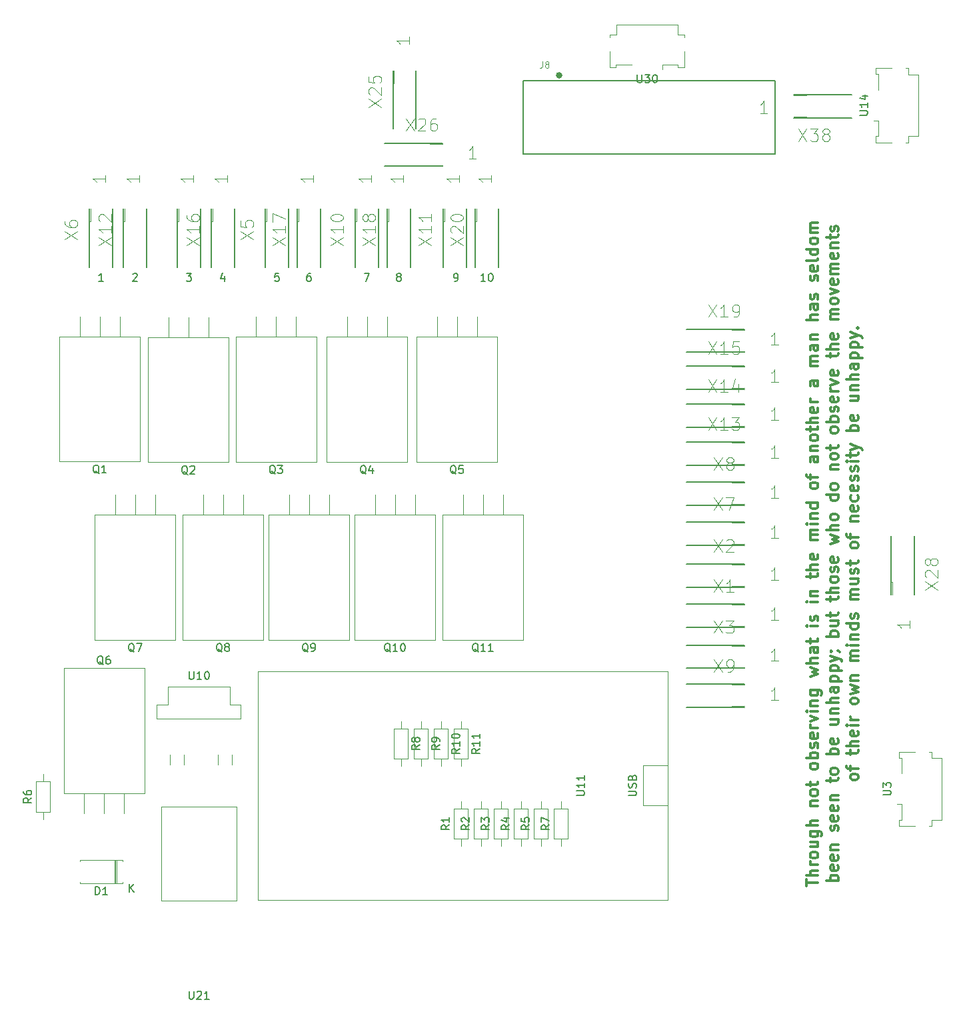
<source format=gbr>
%TF.GenerationSoftware,KiCad,Pcbnew,5.1.7-a382d34a8~88~ubuntu20.04.1*%
%TF.CreationDate,2021-03-09T09:32:07+01:00*%
%TF.ProjectId,narcise-redux,6e617263-6973-4652-9d72-656475782e6b,rev?*%
%TF.SameCoordinates,Original*%
%TF.FileFunction,Legend,Top*%
%TF.FilePolarity,Positive*%
%FSLAX46Y46*%
G04 Gerber Fmt 4.6, Leading zero omitted, Abs format (unit mm)*
G04 Created by KiCad (PCBNEW 5.1.7-a382d34a8~88~ubuntu20.04.1) date 2021-03-09 09:32:07*
%MOMM*%
%LPD*%
G01*
G04 APERTURE LIST*
%ADD10C,0.300000*%
%ADD11C,0.150000*%
%ADD12C,0.010000*%
%ADD13C,0.200000*%
%ADD14C,0.120000*%
%ADD15C,0.400000*%
%ADD16C,0.127000*%
%ADD17C,0.015000*%
G04 APERTURE END LIST*
D10*
X138129571Y-382372000D02*
X138129571Y-381514857D01*
X139629571Y-381943428D02*
X138129571Y-381943428D01*
X139629571Y-381014857D02*
X138129571Y-381014857D01*
X139629571Y-380372000D02*
X138843857Y-380372000D01*
X138701000Y-380443428D01*
X138629571Y-380586285D01*
X138629571Y-380800571D01*
X138701000Y-380943428D01*
X138772428Y-381014857D01*
X139629571Y-379657714D02*
X138629571Y-379657714D01*
X138915285Y-379657714D02*
X138772428Y-379586285D01*
X138701000Y-379514857D01*
X138629571Y-379372000D01*
X138629571Y-379229142D01*
X139629571Y-378514857D02*
X139558142Y-378657714D01*
X139486714Y-378729142D01*
X139343857Y-378800571D01*
X138915285Y-378800571D01*
X138772428Y-378729142D01*
X138701000Y-378657714D01*
X138629571Y-378514857D01*
X138629571Y-378300571D01*
X138701000Y-378157714D01*
X138772428Y-378086285D01*
X138915285Y-378014857D01*
X139343857Y-378014857D01*
X139486714Y-378086285D01*
X139558142Y-378157714D01*
X139629571Y-378300571D01*
X139629571Y-378514857D01*
X138629571Y-376729142D02*
X139629571Y-376729142D01*
X138629571Y-377372000D02*
X139415285Y-377372000D01*
X139558142Y-377300571D01*
X139629571Y-377157714D01*
X139629571Y-376943428D01*
X139558142Y-376800571D01*
X139486714Y-376729142D01*
X138629571Y-375372000D02*
X139843857Y-375372000D01*
X139986714Y-375443428D01*
X140058142Y-375514857D01*
X140129571Y-375657714D01*
X140129571Y-375872000D01*
X140058142Y-376014857D01*
X139558142Y-375372000D02*
X139629571Y-375514857D01*
X139629571Y-375800571D01*
X139558142Y-375943428D01*
X139486714Y-376014857D01*
X139343857Y-376086285D01*
X138915285Y-376086285D01*
X138772428Y-376014857D01*
X138701000Y-375943428D01*
X138629571Y-375800571D01*
X138629571Y-375514857D01*
X138701000Y-375372000D01*
X139629571Y-374657714D02*
X138129571Y-374657714D01*
X139629571Y-374014857D02*
X138843857Y-374014857D01*
X138701000Y-374086285D01*
X138629571Y-374229142D01*
X138629571Y-374443428D01*
X138701000Y-374586285D01*
X138772428Y-374657714D01*
X138629571Y-372157714D02*
X139629571Y-372157714D01*
X138772428Y-372157714D02*
X138701000Y-372086285D01*
X138629571Y-371943428D01*
X138629571Y-371729142D01*
X138701000Y-371586285D01*
X138843857Y-371514857D01*
X139629571Y-371514857D01*
X139629571Y-370586285D02*
X139558142Y-370729142D01*
X139486714Y-370800571D01*
X139343857Y-370872000D01*
X138915285Y-370872000D01*
X138772428Y-370800571D01*
X138701000Y-370729142D01*
X138629571Y-370586285D01*
X138629571Y-370372000D01*
X138701000Y-370229142D01*
X138772428Y-370157714D01*
X138915285Y-370086285D01*
X139343857Y-370086285D01*
X139486714Y-370157714D01*
X139558142Y-370229142D01*
X139629571Y-370372000D01*
X139629571Y-370586285D01*
X138629571Y-369657714D02*
X138629571Y-369086285D01*
X138129571Y-369443428D02*
X139415285Y-369443428D01*
X139558142Y-369372000D01*
X139629571Y-369229142D01*
X139629571Y-369086285D01*
X139629571Y-367229142D02*
X139558142Y-367372000D01*
X139486714Y-367443428D01*
X139343857Y-367514857D01*
X138915285Y-367514857D01*
X138772428Y-367443428D01*
X138701000Y-367372000D01*
X138629571Y-367229142D01*
X138629571Y-367014857D01*
X138701000Y-366872000D01*
X138772428Y-366800571D01*
X138915285Y-366729142D01*
X139343857Y-366729142D01*
X139486714Y-366800571D01*
X139558142Y-366872000D01*
X139629571Y-367014857D01*
X139629571Y-367229142D01*
X139629571Y-366086285D02*
X138129571Y-366086285D01*
X138701000Y-366086285D02*
X138629571Y-365943428D01*
X138629571Y-365657714D01*
X138701000Y-365514857D01*
X138772428Y-365443428D01*
X138915285Y-365372000D01*
X139343857Y-365372000D01*
X139486714Y-365443428D01*
X139558142Y-365514857D01*
X139629571Y-365657714D01*
X139629571Y-365943428D01*
X139558142Y-366086285D01*
X139558142Y-364800571D02*
X139629571Y-364657714D01*
X139629571Y-364372000D01*
X139558142Y-364229142D01*
X139415285Y-364157714D01*
X139343857Y-364157714D01*
X139201000Y-364229142D01*
X139129571Y-364372000D01*
X139129571Y-364586285D01*
X139058142Y-364729142D01*
X138915285Y-364800571D01*
X138843857Y-364800571D01*
X138701000Y-364729142D01*
X138629571Y-364586285D01*
X138629571Y-364372000D01*
X138701000Y-364229142D01*
X139558142Y-362943428D02*
X139629571Y-363086285D01*
X139629571Y-363372000D01*
X139558142Y-363514857D01*
X139415285Y-363586285D01*
X138843857Y-363586285D01*
X138701000Y-363514857D01*
X138629571Y-363372000D01*
X138629571Y-363086285D01*
X138701000Y-362943428D01*
X138843857Y-362872000D01*
X138986714Y-362872000D01*
X139129571Y-363586285D01*
X139629571Y-362229142D02*
X138629571Y-362229142D01*
X138915285Y-362229142D02*
X138772428Y-362157714D01*
X138701000Y-362086285D01*
X138629571Y-361943428D01*
X138629571Y-361800571D01*
X138629571Y-361443428D02*
X139629571Y-361086285D01*
X138629571Y-360729142D01*
X139629571Y-360157714D02*
X138629571Y-360157714D01*
X138129571Y-360157714D02*
X138201000Y-360229142D01*
X138272428Y-360157714D01*
X138201000Y-360086285D01*
X138129571Y-360157714D01*
X138272428Y-360157714D01*
X138629571Y-359443428D02*
X139629571Y-359443428D01*
X138772428Y-359443428D02*
X138701000Y-359372000D01*
X138629571Y-359229142D01*
X138629571Y-359014857D01*
X138701000Y-358872000D01*
X138843857Y-358800571D01*
X139629571Y-358800571D01*
X138629571Y-357443428D02*
X139843857Y-357443428D01*
X139986714Y-357514857D01*
X140058142Y-357586285D01*
X140129571Y-357729142D01*
X140129571Y-357943428D01*
X140058142Y-358086285D01*
X139558142Y-357443428D02*
X139629571Y-357586285D01*
X139629571Y-357872000D01*
X139558142Y-358014857D01*
X139486714Y-358086285D01*
X139343857Y-358157714D01*
X138915285Y-358157714D01*
X138772428Y-358086285D01*
X138701000Y-358014857D01*
X138629571Y-357872000D01*
X138629571Y-357586285D01*
X138701000Y-357443428D01*
X138629571Y-355729142D02*
X139629571Y-355443428D01*
X138915285Y-355157714D01*
X139629571Y-354872000D01*
X138629571Y-354586285D01*
X139629571Y-354014857D02*
X138129571Y-354014857D01*
X139629571Y-353372000D02*
X138843857Y-353372000D01*
X138701000Y-353443428D01*
X138629571Y-353586285D01*
X138629571Y-353800571D01*
X138701000Y-353943428D01*
X138772428Y-354014857D01*
X139629571Y-352014857D02*
X138843857Y-352014857D01*
X138701000Y-352086285D01*
X138629571Y-352229142D01*
X138629571Y-352514857D01*
X138701000Y-352657714D01*
X139558142Y-352014857D02*
X139629571Y-352157714D01*
X139629571Y-352514857D01*
X139558142Y-352657714D01*
X139415285Y-352729142D01*
X139272428Y-352729142D01*
X139129571Y-352657714D01*
X139058142Y-352514857D01*
X139058142Y-352157714D01*
X138986714Y-352014857D01*
X138629571Y-351514857D02*
X138629571Y-350943428D01*
X138129571Y-351300571D02*
X139415285Y-351300571D01*
X139558142Y-351229142D01*
X139629571Y-351086285D01*
X139629571Y-350943428D01*
X139629571Y-349300571D02*
X138629571Y-349300571D01*
X138129571Y-349300571D02*
X138201000Y-349372000D01*
X138272428Y-349300571D01*
X138201000Y-349229142D01*
X138129571Y-349300571D01*
X138272428Y-349300571D01*
X139558142Y-348657714D02*
X139629571Y-348514857D01*
X139629571Y-348229142D01*
X139558142Y-348086285D01*
X139415285Y-348014857D01*
X139343857Y-348014857D01*
X139201000Y-348086285D01*
X139129571Y-348229142D01*
X139129571Y-348443428D01*
X139058142Y-348586285D01*
X138915285Y-348657714D01*
X138843857Y-348657714D01*
X138701000Y-348586285D01*
X138629571Y-348443428D01*
X138629571Y-348229142D01*
X138701000Y-348086285D01*
X139629571Y-346229142D02*
X138629571Y-346229142D01*
X138129571Y-346229142D02*
X138201000Y-346300571D01*
X138272428Y-346229142D01*
X138201000Y-346157714D01*
X138129571Y-346229142D01*
X138272428Y-346229142D01*
X138629571Y-345514857D02*
X139629571Y-345514857D01*
X138772428Y-345514857D02*
X138701000Y-345443428D01*
X138629571Y-345300571D01*
X138629571Y-345086285D01*
X138701000Y-344943428D01*
X138843857Y-344872000D01*
X139629571Y-344872000D01*
X138629571Y-343229142D02*
X138629571Y-342657714D01*
X138129571Y-343014857D02*
X139415285Y-343014857D01*
X139558142Y-342943428D01*
X139629571Y-342800571D01*
X139629571Y-342657714D01*
X139629571Y-342157714D02*
X138129571Y-342157714D01*
X139629571Y-341514857D02*
X138843857Y-341514857D01*
X138701000Y-341586285D01*
X138629571Y-341729142D01*
X138629571Y-341943428D01*
X138701000Y-342086285D01*
X138772428Y-342157714D01*
X139558142Y-340229142D02*
X139629571Y-340372000D01*
X139629571Y-340657714D01*
X139558142Y-340800571D01*
X139415285Y-340872000D01*
X138843857Y-340872000D01*
X138701000Y-340800571D01*
X138629571Y-340657714D01*
X138629571Y-340372000D01*
X138701000Y-340229142D01*
X138843857Y-340157714D01*
X138986714Y-340157714D01*
X139129571Y-340872000D01*
X139629571Y-338372000D02*
X138629571Y-338372000D01*
X138772428Y-338372000D02*
X138701000Y-338300571D01*
X138629571Y-338157714D01*
X138629571Y-337943428D01*
X138701000Y-337800571D01*
X138843857Y-337729142D01*
X139629571Y-337729142D01*
X138843857Y-337729142D02*
X138701000Y-337657714D01*
X138629571Y-337514857D01*
X138629571Y-337300571D01*
X138701000Y-337157714D01*
X138843857Y-337086285D01*
X139629571Y-337086285D01*
X139629571Y-336372000D02*
X138629571Y-336372000D01*
X138129571Y-336372000D02*
X138201000Y-336443428D01*
X138272428Y-336372000D01*
X138201000Y-336300571D01*
X138129571Y-336372000D01*
X138272428Y-336372000D01*
X138629571Y-335657714D02*
X139629571Y-335657714D01*
X138772428Y-335657714D02*
X138701000Y-335586285D01*
X138629571Y-335443428D01*
X138629571Y-335229142D01*
X138701000Y-335086285D01*
X138843857Y-335014857D01*
X139629571Y-335014857D01*
X139629571Y-333657714D02*
X138129571Y-333657714D01*
X139558142Y-333657714D02*
X139629571Y-333800571D01*
X139629571Y-334086285D01*
X139558142Y-334229142D01*
X139486714Y-334300571D01*
X139343857Y-334372000D01*
X138915285Y-334372000D01*
X138772428Y-334300571D01*
X138701000Y-334229142D01*
X138629571Y-334086285D01*
X138629571Y-333800571D01*
X138701000Y-333657714D01*
X139629571Y-331586285D02*
X139558142Y-331729142D01*
X139486714Y-331800571D01*
X139343857Y-331872000D01*
X138915285Y-331872000D01*
X138772428Y-331800571D01*
X138701000Y-331729142D01*
X138629571Y-331586285D01*
X138629571Y-331372000D01*
X138701000Y-331229142D01*
X138772428Y-331157714D01*
X138915285Y-331086285D01*
X139343857Y-331086285D01*
X139486714Y-331157714D01*
X139558142Y-331229142D01*
X139629571Y-331372000D01*
X139629571Y-331586285D01*
X138629571Y-330657714D02*
X138629571Y-330086285D01*
X139629571Y-330443428D02*
X138343857Y-330443428D01*
X138201000Y-330372000D01*
X138129571Y-330229142D01*
X138129571Y-330086285D01*
X139629571Y-327800571D02*
X138843857Y-327800571D01*
X138701000Y-327872000D01*
X138629571Y-328014857D01*
X138629571Y-328300571D01*
X138701000Y-328443428D01*
X139558142Y-327800571D02*
X139629571Y-327943428D01*
X139629571Y-328300571D01*
X139558142Y-328443428D01*
X139415285Y-328514857D01*
X139272428Y-328514857D01*
X139129571Y-328443428D01*
X139058142Y-328300571D01*
X139058142Y-327943428D01*
X138986714Y-327800571D01*
X138629571Y-327086285D02*
X139629571Y-327086285D01*
X138772428Y-327086285D02*
X138701000Y-327014857D01*
X138629571Y-326872000D01*
X138629571Y-326657714D01*
X138701000Y-326514857D01*
X138843857Y-326443428D01*
X139629571Y-326443428D01*
X139629571Y-325514857D02*
X139558142Y-325657714D01*
X139486714Y-325729142D01*
X139343857Y-325800571D01*
X138915285Y-325800571D01*
X138772428Y-325729142D01*
X138701000Y-325657714D01*
X138629571Y-325514857D01*
X138629571Y-325300571D01*
X138701000Y-325157714D01*
X138772428Y-325086285D01*
X138915285Y-325014857D01*
X139343857Y-325014857D01*
X139486714Y-325086285D01*
X139558142Y-325157714D01*
X139629571Y-325300571D01*
X139629571Y-325514857D01*
X138629571Y-324586285D02*
X138629571Y-324014857D01*
X138129571Y-324372000D02*
X139415285Y-324372000D01*
X139558142Y-324300571D01*
X139629571Y-324157714D01*
X139629571Y-324014857D01*
X139629571Y-323514857D02*
X138129571Y-323514857D01*
X139629571Y-322872000D02*
X138843857Y-322872000D01*
X138701000Y-322943428D01*
X138629571Y-323086285D01*
X138629571Y-323300571D01*
X138701000Y-323443428D01*
X138772428Y-323514857D01*
X139558142Y-321586285D02*
X139629571Y-321729142D01*
X139629571Y-322014857D01*
X139558142Y-322157714D01*
X139415285Y-322229142D01*
X138843857Y-322229142D01*
X138701000Y-322157714D01*
X138629571Y-322014857D01*
X138629571Y-321729142D01*
X138701000Y-321586285D01*
X138843857Y-321514857D01*
X138986714Y-321514857D01*
X139129571Y-322229142D01*
X139629571Y-320872000D02*
X138629571Y-320872000D01*
X138915285Y-320872000D02*
X138772428Y-320800571D01*
X138701000Y-320729142D01*
X138629571Y-320586285D01*
X138629571Y-320443428D01*
X139629571Y-318157714D02*
X138843857Y-318157714D01*
X138701000Y-318229142D01*
X138629571Y-318372000D01*
X138629571Y-318657714D01*
X138701000Y-318800571D01*
X139558142Y-318157714D02*
X139629571Y-318300571D01*
X139629571Y-318657714D01*
X139558142Y-318800571D01*
X139415285Y-318872000D01*
X139272428Y-318872000D01*
X139129571Y-318800571D01*
X139058142Y-318657714D01*
X139058142Y-318300571D01*
X138986714Y-318157714D01*
X139629571Y-316300571D02*
X138629571Y-316300571D01*
X138772428Y-316300571D02*
X138701000Y-316229142D01*
X138629571Y-316086285D01*
X138629571Y-315872000D01*
X138701000Y-315729142D01*
X138843857Y-315657714D01*
X139629571Y-315657714D01*
X138843857Y-315657714D02*
X138701000Y-315586285D01*
X138629571Y-315443428D01*
X138629571Y-315229142D01*
X138701000Y-315086285D01*
X138843857Y-315014857D01*
X139629571Y-315014857D01*
X139629571Y-313657714D02*
X138843857Y-313657714D01*
X138701000Y-313729142D01*
X138629571Y-313872000D01*
X138629571Y-314157714D01*
X138701000Y-314300571D01*
X139558142Y-313657714D02*
X139629571Y-313800571D01*
X139629571Y-314157714D01*
X139558142Y-314300571D01*
X139415285Y-314372000D01*
X139272428Y-314372000D01*
X139129571Y-314300571D01*
X139058142Y-314157714D01*
X139058142Y-313800571D01*
X138986714Y-313657714D01*
X138629571Y-312943428D02*
X139629571Y-312943428D01*
X138772428Y-312943428D02*
X138701000Y-312872000D01*
X138629571Y-312729142D01*
X138629571Y-312514857D01*
X138701000Y-312372000D01*
X138843857Y-312300571D01*
X139629571Y-312300571D01*
X139629571Y-310443428D02*
X138129571Y-310443428D01*
X139629571Y-309800571D02*
X138843857Y-309800571D01*
X138701000Y-309872000D01*
X138629571Y-310014857D01*
X138629571Y-310229142D01*
X138701000Y-310372000D01*
X138772428Y-310443428D01*
X139629571Y-308443428D02*
X138843857Y-308443428D01*
X138701000Y-308514857D01*
X138629571Y-308657714D01*
X138629571Y-308943428D01*
X138701000Y-309086285D01*
X139558142Y-308443428D02*
X139629571Y-308586285D01*
X139629571Y-308943428D01*
X139558142Y-309086285D01*
X139415285Y-309157714D01*
X139272428Y-309157714D01*
X139129571Y-309086285D01*
X139058142Y-308943428D01*
X139058142Y-308586285D01*
X138986714Y-308443428D01*
X139558142Y-307800571D02*
X139629571Y-307657714D01*
X139629571Y-307372000D01*
X139558142Y-307229142D01*
X139415285Y-307157714D01*
X139343857Y-307157714D01*
X139201000Y-307229142D01*
X139129571Y-307372000D01*
X139129571Y-307586285D01*
X139058142Y-307729142D01*
X138915285Y-307800571D01*
X138843857Y-307800571D01*
X138701000Y-307729142D01*
X138629571Y-307586285D01*
X138629571Y-307372000D01*
X138701000Y-307229142D01*
X139558142Y-305443428D02*
X139629571Y-305300571D01*
X139629571Y-305014857D01*
X139558142Y-304872000D01*
X139415285Y-304800571D01*
X139343857Y-304800571D01*
X139201000Y-304872000D01*
X139129571Y-305014857D01*
X139129571Y-305229142D01*
X139058142Y-305372000D01*
X138915285Y-305443428D01*
X138843857Y-305443428D01*
X138701000Y-305372000D01*
X138629571Y-305229142D01*
X138629571Y-305014857D01*
X138701000Y-304872000D01*
X139558142Y-303586285D02*
X139629571Y-303729142D01*
X139629571Y-304014857D01*
X139558142Y-304157714D01*
X139415285Y-304229142D01*
X138843857Y-304229142D01*
X138701000Y-304157714D01*
X138629571Y-304014857D01*
X138629571Y-303729142D01*
X138701000Y-303586285D01*
X138843857Y-303514857D01*
X138986714Y-303514857D01*
X139129571Y-304229142D01*
X139629571Y-302657714D02*
X139558142Y-302800571D01*
X139415285Y-302872000D01*
X138129571Y-302872000D01*
X139629571Y-301443428D02*
X138129571Y-301443428D01*
X139558142Y-301443428D02*
X139629571Y-301586285D01*
X139629571Y-301872000D01*
X139558142Y-302014857D01*
X139486714Y-302086285D01*
X139343857Y-302157714D01*
X138915285Y-302157714D01*
X138772428Y-302086285D01*
X138701000Y-302014857D01*
X138629571Y-301872000D01*
X138629571Y-301586285D01*
X138701000Y-301443428D01*
X139629571Y-300514857D02*
X139558142Y-300657714D01*
X139486714Y-300729142D01*
X139343857Y-300800571D01*
X138915285Y-300800571D01*
X138772428Y-300729142D01*
X138701000Y-300657714D01*
X138629571Y-300514857D01*
X138629571Y-300300571D01*
X138701000Y-300157714D01*
X138772428Y-300086285D01*
X138915285Y-300014857D01*
X139343857Y-300014857D01*
X139486714Y-300086285D01*
X139558142Y-300157714D01*
X139629571Y-300300571D01*
X139629571Y-300514857D01*
X139629571Y-299372000D02*
X138629571Y-299372000D01*
X138772428Y-299372000D02*
X138701000Y-299300571D01*
X138629571Y-299157714D01*
X138629571Y-298943428D01*
X138701000Y-298800571D01*
X138843857Y-298729142D01*
X139629571Y-298729142D01*
X138843857Y-298729142D02*
X138701000Y-298657714D01*
X138629571Y-298514857D01*
X138629571Y-298300571D01*
X138701000Y-298157714D01*
X138843857Y-298086285D01*
X139629571Y-298086285D01*
X142179571Y-381657714D02*
X140679571Y-381657714D01*
X141251000Y-381657714D02*
X141179571Y-381514857D01*
X141179571Y-381229142D01*
X141251000Y-381086285D01*
X141322428Y-381014857D01*
X141465285Y-380943428D01*
X141893857Y-380943428D01*
X142036714Y-381014857D01*
X142108142Y-381086285D01*
X142179571Y-381229142D01*
X142179571Y-381514857D01*
X142108142Y-381657714D01*
X142108142Y-379729142D02*
X142179571Y-379872000D01*
X142179571Y-380157714D01*
X142108142Y-380300571D01*
X141965285Y-380372000D01*
X141393857Y-380372000D01*
X141251000Y-380300571D01*
X141179571Y-380157714D01*
X141179571Y-379872000D01*
X141251000Y-379729142D01*
X141393857Y-379657714D01*
X141536714Y-379657714D01*
X141679571Y-380372000D01*
X142108142Y-378443428D02*
X142179571Y-378586285D01*
X142179571Y-378872000D01*
X142108142Y-379014857D01*
X141965285Y-379086285D01*
X141393857Y-379086285D01*
X141251000Y-379014857D01*
X141179571Y-378872000D01*
X141179571Y-378586285D01*
X141251000Y-378443428D01*
X141393857Y-378372000D01*
X141536714Y-378372000D01*
X141679571Y-379086285D01*
X141179571Y-377729142D02*
X142179571Y-377729142D01*
X141322428Y-377729142D02*
X141251000Y-377657714D01*
X141179571Y-377514857D01*
X141179571Y-377300571D01*
X141251000Y-377157714D01*
X141393857Y-377086285D01*
X142179571Y-377086285D01*
X142108142Y-375300571D02*
X142179571Y-375157714D01*
X142179571Y-374872000D01*
X142108142Y-374729142D01*
X141965285Y-374657714D01*
X141893857Y-374657714D01*
X141751000Y-374729142D01*
X141679571Y-374872000D01*
X141679571Y-375086285D01*
X141608142Y-375229142D01*
X141465285Y-375300571D01*
X141393857Y-375300571D01*
X141251000Y-375229142D01*
X141179571Y-375086285D01*
X141179571Y-374872000D01*
X141251000Y-374729142D01*
X142108142Y-373443428D02*
X142179571Y-373586285D01*
X142179571Y-373872000D01*
X142108142Y-374014857D01*
X141965285Y-374086285D01*
X141393857Y-374086285D01*
X141251000Y-374014857D01*
X141179571Y-373872000D01*
X141179571Y-373586285D01*
X141251000Y-373443428D01*
X141393857Y-373372000D01*
X141536714Y-373372000D01*
X141679571Y-374086285D01*
X142108142Y-372157714D02*
X142179571Y-372300571D01*
X142179571Y-372586285D01*
X142108142Y-372729142D01*
X141965285Y-372800571D01*
X141393857Y-372800571D01*
X141251000Y-372729142D01*
X141179571Y-372586285D01*
X141179571Y-372300571D01*
X141251000Y-372157714D01*
X141393857Y-372086285D01*
X141536714Y-372086285D01*
X141679571Y-372800571D01*
X141179571Y-371443428D02*
X142179571Y-371443428D01*
X141322428Y-371443428D02*
X141251000Y-371372000D01*
X141179571Y-371229142D01*
X141179571Y-371014857D01*
X141251000Y-370872000D01*
X141393857Y-370800571D01*
X142179571Y-370800571D01*
X141179571Y-369157714D02*
X141179571Y-368586285D01*
X140679571Y-368943428D02*
X141965285Y-368943428D01*
X142108142Y-368872000D01*
X142179571Y-368729142D01*
X142179571Y-368586285D01*
X142179571Y-367872000D02*
X142108142Y-368014857D01*
X142036714Y-368086285D01*
X141893857Y-368157714D01*
X141465285Y-368157714D01*
X141322428Y-368086285D01*
X141251000Y-368014857D01*
X141179571Y-367872000D01*
X141179571Y-367657714D01*
X141251000Y-367514857D01*
X141322428Y-367443428D01*
X141465285Y-367372000D01*
X141893857Y-367372000D01*
X142036714Y-367443428D01*
X142108142Y-367514857D01*
X142179571Y-367657714D01*
X142179571Y-367872000D01*
X142179571Y-365586285D02*
X140679571Y-365586285D01*
X141251000Y-365586285D02*
X141179571Y-365443428D01*
X141179571Y-365157714D01*
X141251000Y-365014857D01*
X141322428Y-364943428D01*
X141465285Y-364872000D01*
X141893857Y-364872000D01*
X142036714Y-364943428D01*
X142108142Y-365014857D01*
X142179571Y-365157714D01*
X142179571Y-365443428D01*
X142108142Y-365586285D01*
X142108142Y-363657714D02*
X142179571Y-363800571D01*
X142179571Y-364086285D01*
X142108142Y-364229142D01*
X141965285Y-364300571D01*
X141393857Y-364300571D01*
X141251000Y-364229142D01*
X141179571Y-364086285D01*
X141179571Y-363800571D01*
X141251000Y-363657714D01*
X141393857Y-363586285D01*
X141536714Y-363586285D01*
X141679571Y-364300571D01*
X141179571Y-361157714D02*
X142179571Y-361157714D01*
X141179571Y-361800571D02*
X141965285Y-361800571D01*
X142108142Y-361729142D01*
X142179571Y-361586285D01*
X142179571Y-361372000D01*
X142108142Y-361229142D01*
X142036714Y-361157714D01*
X141179571Y-360443428D02*
X142179571Y-360443428D01*
X141322428Y-360443428D02*
X141251000Y-360372000D01*
X141179571Y-360229142D01*
X141179571Y-360014857D01*
X141251000Y-359872000D01*
X141393857Y-359800571D01*
X142179571Y-359800571D01*
X142179571Y-359086285D02*
X140679571Y-359086285D01*
X142179571Y-358443428D02*
X141393857Y-358443428D01*
X141251000Y-358514857D01*
X141179571Y-358657714D01*
X141179571Y-358872000D01*
X141251000Y-359014857D01*
X141322428Y-359086285D01*
X142179571Y-357086285D02*
X141393857Y-357086285D01*
X141251000Y-357157714D01*
X141179571Y-357300571D01*
X141179571Y-357586285D01*
X141251000Y-357729142D01*
X142108142Y-357086285D02*
X142179571Y-357229142D01*
X142179571Y-357586285D01*
X142108142Y-357729142D01*
X141965285Y-357800571D01*
X141822428Y-357800571D01*
X141679571Y-357729142D01*
X141608142Y-357586285D01*
X141608142Y-357229142D01*
X141536714Y-357086285D01*
X141179571Y-356372000D02*
X142679571Y-356372000D01*
X141251000Y-356372000D02*
X141179571Y-356229142D01*
X141179571Y-355943428D01*
X141251000Y-355800571D01*
X141322428Y-355729142D01*
X141465285Y-355657714D01*
X141893857Y-355657714D01*
X142036714Y-355729142D01*
X142108142Y-355800571D01*
X142179571Y-355943428D01*
X142179571Y-356229142D01*
X142108142Y-356372000D01*
X141179571Y-355014857D02*
X142679571Y-355014857D01*
X141251000Y-355014857D02*
X141179571Y-354872000D01*
X141179571Y-354586285D01*
X141251000Y-354443428D01*
X141322428Y-354372000D01*
X141465285Y-354300571D01*
X141893857Y-354300571D01*
X142036714Y-354372000D01*
X142108142Y-354443428D01*
X142179571Y-354586285D01*
X142179571Y-354872000D01*
X142108142Y-355014857D01*
X141179571Y-353800571D02*
X142179571Y-353443428D01*
X141179571Y-353086285D02*
X142179571Y-353443428D01*
X142536714Y-353586285D01*
X142608142Y-353657714D01*
X142679571Y-353800571D01*
X142108142Y-352443428D02*
X142179571Y-352443428D01*
X142322428Y-352514857D01*
X142393857Y-352586285D01*
X141251000Y-352514857D02*
X141322428Y-352443428D01*
X141393857Y-352514857D01*
X141322428Y-352586285D01*
X141251000Y-352514857D01*
X141393857Y-352514857D01*
X142179571Y-350657714D02*
X140679571Y-350657714D01*
X141251000Y-350657714D02*
X141179571Y-350514857D01*
X141179571Y-350229142D01*
X141251000Y-350086285D01*
X141322428Y-350014857D01*
X141465285Y-349943428D01*
X141893857Y-349943428D01*
X142036714Y-350014857D01*
X142108142Y-350086285D01*
X142179571Y-350229142D01*
X142179571Y-350514857D01*
X142108142Y-350657714D01*
X141179571Y-348657714D02*
X142179571Y-348657714D01*
X141179571Y-349300571D02*
X141965285Y-349300571D01*
X142108142Y-349229142D01*
X142179571Y-349086285D01*
X142179571Y-348872000D01*
X142108142Y-348729142D01*
X142036714Y-348657714D01*
X141179571Y-348157714D02*
X141179571Y-347586285D01*
X140679571Y-347943428D02*
X141965285Y-347943428D01*
X142108142Y-347872000D01*
X142179571Y-347729142D01*
X142179571Y-347586285D01*
X141179571Y-346157714D02*
X141179571Y-345586285D01*
X140679571Y-345943428D02*
X141965285Y-345943428D01*
X142108142Y-345872000D01*
X142179571Y-345729142D01*
X142179571Y-345586285D01*
X142179571Y-345086285D02*
X140679571Y-345086285D01*
X142179571Y-344443428D02*
X141393857Y-344443428D01*
X141251000Y-344514857D01*
X141179571Y-344657714D01*
X141179571Y-344872000D01*
X141251000Y-345014857D01*
X141322428Y-345086285D01*
X142179571Y-343514857D02*
X142108142Y-343657714D01*
X142036714Y-343729142D01*
X141893857Y-343800571D01*
X141465285Y-343800571D01*
X141322428Y-343729142D01*
X141251000Y-343657714D01*
X141179571Y-343514857D01*
X141179571Y-343300571D01*
X141251000Y-343157714D01*
X141322428Y-343086285D01*
X141465285Y-343014857D01*
X141893857Y-343014857D01*
X142036714Y-343086285D01*
X142108142Y-343157714D01*
X142179571Y-343300571D01*
X142179571Y-343514857D01*
X142108142Y-342443428D02*
X142179571Y-342300571D01*
X142179571Y-342014857D01*
X142108142Y-341872000D01*
X141965285Y-341800571D01*
X141893857Y-341800571D01*
X141751000Y-341872000D01*
X141679571Y-342014857D01*
X141679571Y-342229142D01*
X141608142Y-342372000D01*
X141465285Y-342443428D01*
X141393857Y-342443428D01*
X141251000Y-342372000D01*
X141179571Y-342229142D01*
X141179571Y-342014857D01*
X141251000Y-341872000D01*
X142108142Y-340586285D02*
X142179571Y-340729142D01*
X142179571Y-341014857D01*
X142108142Y-341157714D01*
X141965285Y-341229142D01*
X141393857Y-341229142D01*
X141251000Y-341157714D01*
X141179571Y-341014857D01*
X141179571Y-340729142D01*
X141251000Y-340586285D01*
X141393857Y-340514857D01*
X141536714Y-340514857D01*
X141679571Y-341229142D01*
X141179571Y-338872000D02*
X142179571Y-338586285D01*
X141465285Y-338300571D01*
X142179571Y-338014857D01*
X141179571Y-337729142D01*
X142179571Y-337157714D02*
X140679571Y-337157714D01*
X142179571Y-336514857D02*
X141393857Y-336514857D01*
X141251000Y-336586285D01*
X141179571Y-336729142D01*
X141179571Y-336943428D01*
X141251000Y-337086285D01*
X141322428Y-337157714D01*
X142179571Y-335586285D02*
X142108142Y-335729142D01*
X142036714Y-335800571D01*
X141893857Y-335872000D01*
X141465285Y-335872000D01*
X141322428Y-335800571D01*
X141251000Y-335729142D01*
X141179571Y-335586285D01*
X141179571Y-335372000D01*
X141251000Y-335229142D01*
X141322428Y-335157714D01*
X141465285Y-335086285D01*
X141893857Y-335086285D01*
X142036714Y-335157714D01*
X142108142Y-335229142D01*
X142179571Y-335372000D01*
X142179571Y-335586285D01*
X142179571Y-332657714D02*
X140679571Y-332657714D01*
X142108142Y-332657714D02*
X142179571Y-332800571D01*
X142179571Y-333086285D01*
X142108142Y-333229142D01*
X142036714Y-333300571D01*
X141893857Y-333372000D01*
X141465285Y-333372000D01*
X141322428Y-333300571D01*
X141251000Y-333229142D01*
X141179571Y-333086285D01*
X141179571Y-332800571D01*
X141251000Y-332657714D01*
X142179571Y-331729142D02*
X142108142Y-331872000D01*
X142036714Y-331943428D01*
X141893857Y-332014857D01*
X141465285Y-332014857D01*
X141322428Y-331943428D01*
X141251000Y-331872000D01*
X141179571Y-331729142D01*
X141179571Y-331514857D01*
X141251000Y-331372000D01*
X141322428Y-331300571D01*
X141465285Y-331229142D01*
X141893857Y-331229142D01*
X142036714Y-331300571D01*
X142108142Y-331372000D01*
X142179571Y-331514857D01*
X142179571Y-331729142D01*
X141179571Y-329443428D02*
X142179571Y-329443428D01*
X141322428Y-329443428D02*
X141251000Y-329372000D01*
X141179571Y-329229142D01*
X141179571Y-329014857D01*
X141251000Y-328872000D01*
X141393857Y-328800571D01*
X142179571Y-328800571D01*
X142179571Y-327872000D02*
X142108142Y-328014857D01*
X142036714Y-328086285D01*
X141893857Y-328157714D01*
X141465285Y-328157714D01*
X141322428Y-328086285D01*
X141251000Y-328014857D01*
X141179571Y-327872000D01*
X141179571Y-327657714D01*
X141251000Y-327514857D01*
X141322428Y-327443428D01*
X141465285Y-327372000D01*
X141893857Y-327372000D01*
X142036714Y-327443428D01*
X142108142Y-327514857D01*
X142179571Y-327657714D01*
X142179571Y-327872000D01*
X141179571Y-326943428D02*
X141179571Y-326372000D01*
X140679571Y-326729142D02*
X141965285Y-326729142D01*
X142108142Y-326657714D01*
X142179571Y-326514857D01*
X142179571Y-326372000D01*
X142179571Y-324514857D02*
X142108142Y-324657714D01*
X142036714Y-324729142D01*
X141893857Y-324800571D01*
X141465285Y-324800571D01*
X141322428Y-324729142D01*
X141251000Y-324657714D01*
X141179571Y-324514857D01*
X141179571Y-324300571D01*
X141251000Y-324157714D01*
X141322428Y-324086285D01*
X141465285Y-324014857D01*
X141893857Y-324014857D01*
X142036714Y-324086285D01*
X142108142Y-324157714D01*
X142179571Y-324300571D01*
X142179571Y-324514857D01*
X142179571Y-323372000D02*
X140679571Y-323372000D01*
X141251000Y-323372000D02*
X141179571Y-323229142D01*
X141179571Y-322943428D01*
X141251000Y-322800571D01*
X141322428Y-322729142D01*
X141465285Y-322657714D01*
X141893857Y-322657714D01*
X142036714Y-322729142D01*
X142108142Y-322800571D01*
X142179571Y-322943428D01*
X142179571Y-323229142D01*
X142108142Y-323372000D01*
X142108142Y-322086285D02*
X142179571Y-321943428D01*
X142179571Y-321657714D01*
X142108142Y-321514857D01*
X141965285Y-321443428D01*
X141893857Y-321443428D01*
X141751000Y-321514857D01*
X141679571Y-321657714D01*
X141679571Y-321872000D01*
X141608142Y-322014857D01*
X141465285Y-322086285D01*
X141393857Y-322086285D01*
X141251000Y-322014857D01*
X141179571Y-321872000D01*
X141179571Y-321657714D01*
X141251000Y-321514857D01*
X142108142Y-320229142D02*
X142179571Y-320372000D01*
X142179571Y-320657714D01*
X142108142Y-320800571D01*
X141965285Y-320872000D01*
X141393857Y-320872000D01*
X141251000Y-320800571D01*
X141179571Y-320657714D01*
X141179571Y-320372000D01*
X141251000Y-320229142D01*
X141393857Y-320157714D01*
X141536714Y-320157714D01*
X141679571Y-320872000D01*
X142179571Y-319514857D02*
X141179571Y-319514857D01*
X141465285Y-319514857D02*
X141322428Y-319443428D01*
X141251000Y-319372000D01*
X141179571Y-319229142D01*
X141179571Y-319086285D01*
X141179571Y-318729142D02*
X142179571Y-318372000D01*
X141179571Y-318014857D01*
X142108142Y-316872000D02*
X142179571Y-317014857D01*
X142179571Y-317300571D01*
X142108142Y-317443428D01*
X141965285Y-317514857D01*
X141393857Y-317514857D01*
X141251000Y-317443428D01*
X141179571Y-317300571D01*
X141179571Y-317014857D01*
X141251000Y-316872000D01*
X141393857Y-316800571D01*
X141536714Y-316800571D01*
X141679571Y-317514857D01*
X141179571Y-315229142D02*
X141179571Y-314657714D01*
X140679571Y-315014857D02*
X141965285Y-315014857D01*
X142108142Y-314943428D01*
X142179571Y-314800571D01*
X142179571Y-314657714D01*
X142179571Y-314157714D02*
X140679571Y-314157714D01*
X142179571Y-313514857D02*
X141393857Y-313514857D01*
X141251000Y-313586285D01*
X141179571Y-313729142D01*
X141179571Y-313943428D01*
X141251000Y-314086285D01*
X141322428Y-314157714D01*
X142108142Y-312229142D02*
X142179571Y-312372000D01*
X142179571Y-312657714D01*
X142108142Y-312800571D01*
X141965285Y-312872000D01*
X141393857Y-312872000D01*
X141251000Y-312800571D01*
X141179571Y-312657714D01*
X141179571Y-312372000D01*
X141251000Y-312229142D01*
X141393857Y-312157714D01*
X141536714Y-312157714D01*
X141679571Y-312872000D01*
X142179571Y-310372000D02*
X141179571Y-310372000D01*
X141322428Y-310372000D02*
X141251000Y-310300571D01*
X141179571Y-310157714D01*
X141179571Y-309943428D01*
X141251000Y-309800571D01*
X141393857Y-309729142D01*
X142179571Y-309729142D01*
X141393857Y-309729142D02*
X141251000Y-309657714D01*
X141179571Y-309514857D01*
X141179571Y-309300571D01*
X141251000Y-309157714D01*
X141393857Y-309086285D01*
X142179571Y-309086285D01*
X142179571Y-308157714D02*
X142108142Y-308300571D01*
X142036714Y-308372000D01*
X141893857Y-308443428D01*
X141465285Y-308443428D01*
X141322428Y-308372000D01*
X141251000Y-308300571D01*
X141179571Y-308157714D01*
X141179571Y-307943428D01*
X141251000Y-307800571D01*
X141322428Y-307729142D01*
X141465285Y-307657714D01*
X141893857Y-307657714D01*
X142036714Y-307729142D01*
X142108142Y-307800571D01*
X142179571Y-307943428D01*
X142179571Y-308157714D01*
X141179571Y-307157714D02*
X142179571Y-306800571D01*
X141179571Y-306443428D01*
X142108142Y-305300571D02*
X142179571Y-305443428D01*
X142179571Y-305729142D01*
X142108142Y-305872000D01*
X141965285Y-305943428D01*
X141393857Y-305943428D01*
X141251000Y-305872000D01*
X141179571Y-305729142D01*
X141179571Y-305443428D01*
X141251000Y-305300571D01*
X141393857Y-305229142D01*
X141536714Y-305229142D01*
X141679571Y-305943428D01*
X142179571Y-304586285D02*
X141179571Y-304586285D01*
X141322428Y-304586285D02*
X141251000Y-304514857D01*
X141179571Y-304372000D01*
X141179571Y-304157714D01*
X141251000Y-304014857D01*
X141393857Y-303943428D01*
X142179571Y-303943428D01*
X141393857Y-303943428D02*
X141251000Y-303872000D01*
X141179571Y-303729142D01*
X141179571Y-303514857D01*
X141251000Y-303372000D01*
X141393857Y-303300571D01*
X142179571Y-303300571D01*
X142108142Y-302014857D02*
X142179571Y-302157714D01*
X142179571Y-302443428D01*
X142108142Y-302586285D01*
X141965285Y-302657714D01*
X141393857Y-302657714D01*
X141251000Y-302586285D01*
X141179571Y-302443428D01*
X141179571Y-302157714D01*
X141251000Y-302014857D01*
X141393857Y-301943428D01*
X141536714Y-301943428D01*
X141679571Y-302657714D01*
X141179571Y-301300571D02*
X142179571Y-301300571D01*
X141322428Y-301300571D02*
X141251000Y-301229142D01*
X141179571Y-301086285D01*
X141179571Y-300872000D01*
X141251000Y-300729142D01*
X141393857Y-300657714D01*
X142179571Y-300657714D01*
X141179571Y-300157714D02*
X141179571Y-299586285D01*
X140679571Y-299943428D02*
X141965285Y-299943428D01*
X142108142Y-299872000D01*
X142179571Y-299729142D01*
X142179571Y-299586285D01*
X142108142Y-299157714D02*
X142179571Y-299014857D01*
X142179571Y-298729142D01*
X142108142Y-298586285D01*
X141965285Y-298514857D01*
X141893857Y-298514857D01*
X141751000Y-298586285D01*
X141679571Y-298729142D01*
X141679571Y-298943428D01*
X141608142Y-299086285D01*
X141465285Y-299157714D01*
X141393857Y-299157714D01*
X141251000Y-299086285D01*
X141179571Y-298943428D01*
X141179571Y-298729142D01*
X141251000Y-298586285D01*
X144729571Y-368586285D02*
X144658142Y-368729142D01*
X144586714Y-368800571D01*
X144443857Y-368872000D01*
X144015285Y-368872000D01*
X143872428Y-368800571D01*
X143801000Y-368729142D01*
X143729571Y-368586285D01*
X143729571Y-368372000D01*
X143801000Y-368229142D01*
X143872428Y-368157714D01*
X144015285Y-368086285D01*
X144443857Y-368086285D01*
X144586714Y-368157714D01*
X144658142Y-368229142D01*
X144729571Y-368372000D01*
X144729571Y-368586285D01*
X143729571Y-367657714D02*
X143729571Y-367086285D01*
X144729571Y-367443428D02*
X143443857Y-367443428D01*
X143301000Y-367372000D01*
X143229571Y-367229142D01*
X143229571Y-367086285D01*
X143729571Y-365657714D02*
X143729571Y-365086285D01*
X143229571Y-365443428D02*
X144515285Y-365443428D01*
X144658142Y-365372000D01*
X144729571Y-365229142D01*
X144729571Y-365086285D01*
X144729571Y-364586285D02*
X143229571Y-364586285D01*
X144729571Y-363943428D02*
X143943857Y-363943428D01*
X143801000Y-364014857D01*
X143729571Y-364157714D01*
X143729571Y-364372000D01*
X143801000Y-364514857D01*
X143872428Y-364586285D01*
X144658142Y-362657714D02*
X144729571Y-362800571D01*
X144729571Y-363086285D01*
X144658142Y-363229142D01*
X144515285Y-363300571D01*
X143943857Y-363300571D01*
X143801000Y-363229142D01*
X143729571Y-363086285D01*
X143729571Y-362800571D01*
X143801000Y-362657714D01*
X143943857Y-362586285D01*
X144086714Y-362586285D01*
X144229571Y-363300571D01*
X144729571Y-361943428D02*
X143729571Y-361943428D01*
X143229571Y-361943428D02*
X143301000Y-362014857D01*
X143372428Y-361943428D01*
X143301000Y-361872000D01*
X143229571Y-361943428D01*
X143372428Y-361943428D01*
X144729571Y-361229142D02*
X143729571Y-361229142D01*
X144015285Y-361229142D02*
X143872428Y-361157714D01*
X143801000Y-361086285D01*
X143729571Y-360943428D01*
X143729571Y-360800571D01*
X144729571Y-358943428D02*
X144658142Y-359086285D01*
X144586714Y-359157714D01*
X144443857Y-359229142D01*
X144015285Y-359229142D01*
X143872428Y-359157714D01*
X143801000Y-359086285D01*
X143729571Y-358943428D01*
X143729571Y-358729142D01*
X143801000Y-358586285D01*
X143872428Y-358514857D01*
X144015285Y-358443428D01*
X144443857Y-358443428D01*
X144586714Y-358514857D01*
X144658142Y-358586285D01*
X144729571Y-358729142D01*
X144729571Y-358943428D01*
X143729571Y-357943428D02*
X144729571Y-357657714D01*
X144015285Y-357372000D01*
X144729571Y-357086285D01*
X143729571Y-356800571D01*
X143729571Y-356229142D02*
X144729571Y-356229142D01*
X143872428Y-356229142D02*
X143801000Y-356157714D01*
X143729571Y-356014857D01*
X143729571Y-355800571D01*
X143801000Y-355657714D01*
X143943857Y-355586285D01*
X144729571Y-355586285D01*
X144729571Y-353729142D02*
X143729571Y-353729142D01*
X143872428Y-353729142D02*
X143801000Y-353657714D01*
X143729571Y-353514857D01*
X143729571Y-353300571D01*
X143801000Y-353157714D01*
X143943857Y-353086285D01*
X144729571Y-353086285D01*
X143943857Y-353086285D02*
X143801000Y-353014857D01*
X143729571Y-352872000D01*
X143729571Y-352657714D01*
X143801000Y-352514857D01*
X143943857Y-352443428D01*
X144729571Y-352443428D01*
X144729571Y-351729142D02*
X143729571Y-351729142D01*
X143229571Y-351729142D02*
X143301000Y-351800571D01*
X143372428Y-351729142D01*
X143301000Y-351657714D01*
X143229571Y-351729142D01*
X143372428Y-351729142D01*
X143729571Y-351014857D02*
X144729571Y-351014857D01*
X143872428Y-351014857D02*
X143801000Y-350943428D01*
X143729571Y-350800571D01*
X143729571Y-350586285D01*
X143801000Y-350443428D01*
X143943857Y-350372000D01*
X144729571Y-350372000D01*
X144729571Y-349014857D02*
X143229571Y-349014857D01*
X144658142Y-349014857D02*
X144729571Y-349157714D01*
X144729571Y-349443428D01*
X144658142Y-349586285D01*
X144586714Y-349657714D01*
X144443857Y-349729142D01*
X144015285Y-349729142D01*
X143872428Y-349657714D01*
X143801000Y-349586285D01*
X143729571Y-349443428D01*
X143729571Y-349157714D01*
X143801000Y-349014857D01*
X144658142Y-348372000D02*
X144729571Y-348229142D01*
X144729571Y-347943428D01*
X144658142Y-347800571D01*
X144515285Y-347729142D01*
X144443857Y-347729142D01*
X144301000Y-347800571D01*
X144229571Y-347943428D01*
X144229571Y-348157714D01*
X144158142Y-348300571D01*
X144015285Y-348372000D01*
X143943857Y-348372000D01*
X143801000Y-348300571D01*
X143729571Y-348157714D01*
X143729571Y-347943428D01*
X143801000Y-347800571D01*
X144729571Y-345943428D02*
X143729571Y-345943428D01*
X143872428Y-345943428D02*
X143801000Y-345872000D01*
X143729571Y-345729142D01*
X143729571Y-345514857D01*
X143801000Y-345372000D01*
X143943857Y-345300571D01*
X144729571Y-345300571D01*
X143943857Y-345300571D02*
X143801000Y-345229142D01*
X143729571Y-345086285D01*
X143729571Y-344872000D01*
X143801000Y-344729142D01*
X143943857Y-344657714D01*
X144729571Y-344657714D01*
X143729571Y-343300571D02*
X144729571Y-343300571D01*
X143729571Y-343943428D02*
X144515285Y-343943428D01*
X144658142Y-343872000D01*
X144729571Y-343729142D01*
X144729571Y-343514857D01*
X144658142Y-343372000D01*
X144586714Y-343300571D01*
X144658142Y-342657714D02*
X144729571Y-342514857D01*
X144729571Y-342229142D01*
X144658142Y-342086285D01*
X144515285Y-342014857D01*
X144443857Y-342014857D01*
X144301000Y-342086285D01*
X144229571Y-342229142D01*
X144229571Y-342443428D01*
X144158142Y-342586285D01*
X144015285Y-342657714D01*
X143943857Y-342657714D01*
X143801000Y-342586285D01*
X143729571Y-342443428D01*
X143729571Y-342229142D01*
X143801000Y-342086285D01*
X143729571Y-341586285D02*
X143729571Y-341014857D01*
X143229571Y-341372000D02*
X144515285Y-341372000D01*
X144658142Y-341300571D01*
X144729571Y-341157714D01*
X144729571Y-341014857D01*
X144729571Y-339157714D02*
X144658142Y-339300571D01*
X144586714Y-339372000D01*
X144443857Y-339443428D01*
X144015285Y-339443428D01*
X143872428Y-339372000D01*
X143801000Y-339300571D01*
X143729571Y-339157714D01*
X143729571Y-338943428D01*
X143801000Y-338800571D01*
X143872428Y-338729142D01*
X144015285Y-338657714D01*
X144443857Y-338657714D01*
X144586714Y-338729142D01*
X144658142Y-338800571D01*
X144729571Y-338943428D01*
X144729571Y-339157714D01*
X143729571Y-338229142D02*
X143729571Y-337657714D01*
X144729571Y-338014857D02*
X143443857Y-338014857D01*
X143301000Y-337943428D01*
X143229571Y-337800571D01*
X143229571Y-337657714D01*
X143729571Y-336014857D02*
X144729571Y-336014857D01*
X143872428Y-336014857D02*
X143801000Y-335943428D01*
X143729571Y-335800571D01*
X143729571Y-335586285D01*
X143801000Y-335443428D01*
X143943857Y-335372000D01*
X144729571Y-335372000D01*
X144658142Y-334086285D02*
X144729571Y-334229142D01*
X144729571Y-334514857D01*
X144658142Y-334657714D01*
X144515285Y-334729142D01*
X143943857Y-334729142D01*
X143801000Y-334657714D01*
X143729571Y-334514857D01*
X143729571Y-334229142D01*
X143801000Y-334086285D01*
X143943857Y-334014857D01*
X144086714Y-334014857D01*
X144229571Y-334729142D01*
X144658142Y-332729142D02*
X144729571Y-332872000D01*
X144729571Y-333157714D01*
X144658142Y-333300571D01*
X144586714Y-333372000D01*
X144443857Y-333443428D01*
X144015285Y-333443428D01*
X143872428Y-333372000D01*
X143801000Y-333300571D01*
X143729571Y-333157714D01*
X143729571Y-332872000D01*
X143801000Y-332729142D01*
X144658142Y-331514857D02*
X144729571Y-331657714D01*
X144729571Y-331943428D01*
X144658142Y-332086285D01*
X144515285Y-332157714D01*
X143943857Y-332157714D01*
X143801000Y-332086285D01*
X143729571Y-331943428D01*
X143729571Y-331657714D01*
X143801000Y-331514857D01*
X143943857Y-331443428D01*
X144086714Y-331443428D01*
X144229571Y-332157714D01*
X144658142Y-330872000D02*
X144729571Y-330729142D01*
X144729571Y-330443428D01*
X144658142Y-330300571D01*
X144515285Y-330229142D01*
X144443857Y-330229142D01*
X144301000Y-330300571D01*
X144229571Y-330443428D01*
X144229571Y-330657714D01*
X144158142Y-330800571D01*
X144015285Y-330872000D01*
X143943857Y-330872000D01*
X143801000Y-330800571D01*
X143729571Y-330657714D01*
X143729571Y-330443428D01*
X143801000Y-330300571D01*
X144658142Y-329657714D02*
X144729571Y-329514857D01*
X144729571Y-329229142D01*
X144658142Y-329086285D01*
X144515285Y-329014857D01*
X144443857Y-329014857D01*
X144301000Y-329086285D01*
X144229571Y-329229142D01*
X144229571Y-329443428D01*
X144158142Y-329586285D01*
X144015285Y-329657714D01*
X143943857Y-329657714D01*
X143801000Y-329586285D01*
X143729571Y-329443428D01*
X143729571Y-329229142D01*
X143801000Y-329086285D01*
X144729571Y-328372000D02*
X143729571Y-328372000D01*
X143229571Y-328372000D02*
X143301000Y-328443428D01*
X143372428Y-328372000D01*
X143301000Y-328300571D01*
X143229571Y-328372000D01*
X143372428Y-328372000D01*
X143729571Y-327872000D02*
X143729571Y-327300571D01*
X143229571Y-327657714D02*
X144515285Y-327657714D01*
X144658142Y-327586285D01*
X144729571Y-327443428D01*
X144729571Y-327300571D01*
X143729571Y-326943428D02*
X144729571Y-326586285D01*
X143729571Y-326229142D02*
X144729571Y-326586285D01*
X145086714Y-326729142D01*
X145158142Y-326800571D01*
X145229571Y-326943428D01*
X144729571Y-324514857D02*
X143229571Y-324514857D01*
X143801000Y-324514857D02*
X143729571Y-324372000D01*
X143729571Y-324086285D01*
X143801000Y-323943428D01*
X143872428Y-323872000D01*
X144015285Y-323800571D01*
X144443857Y-323800571D01*
X144586714Y-323872000D01*
X144658142Y-323943428D01*
X144729571Y-324086285D01*
X144729571Y-324372000D01*
X144658142Y-324514857D01*
X144658142Y-322586285D02*
X144729571Y-322729142D01*
X144729571Y-323014857D01*
X144658142Y-323157714D01*
X144515285Y-323229142D01*
X143943857Y-323229142D01*
X143801000Y-323157714D01*
X143729571Y-323014857D01*
X143729571Y-322729142D01*
X143801000Y-322586285D01*
X143943857Y-322514857D01*
X144086714Y-322514857D01*
X144229571Y-323229142D01*
X143729571Y-320086285D02*
X144729571Y-320086285D01*
X143729571Y-320729142D02*
X144515285Y-320729142D01*
X144658142Y-320657714D01*
X144729571Y-320514857D01*
X144729571Y-320300571D01*
X144658142Y-320157714D01*
X144586714Y-320086285D01*
X143729571Y-319372000D02*
X144729571Y-319372000D01*
X143872428Y-319372000D02*
X143801000Y-319300571D01*
X143729571Y-319157714D01*
X143729571Y-318943428D01*
X143801000Y-318800571D01*
X143943857Y-318729142D01*
X144729571Y-318729142D01*
X144729571Y-318014857D02*
X143229571Y-318014857D01*
X144729571Y-317372000D02*
X143943857Y-317372000D01*
X143801000Y-317443428D01*
X143729571Y-317586285D01*
X143729571Y-317800571D01*
X143801000Y-317943428D01*
X143872428Y-318014857D01*
X144729571Y-316014857D02*
X143943857Y-316014857D01*
X143801000Y-316086285D01*
X143729571Y-316229142D01*
X143729571Y-316514857D01*
X143801000Y-316657714D01*
X144658142Y-316014857D02*
X144729571Y-316157714D01*
X144729571Y-316514857D01*
X144658142Y-316657714D01*
X144515285Y-316729142D01*
X144372428Y-316729142D01*
X144229571Y-316657714D01*
X144158142Y-316514857D01*
X144158142Y-316157714D01*
X144086714Y-316014857D01*
X143729571Y-315300571D02*
X145229571Y-315300571D01*
X143801000Y-315300571D02*
X143729571Y-315157714D01*
X143729571Y-314872000D01*
X143801000Y-314729142D01*
X143872428Y-314657714D01*
X144015285Y-314586285D01*
X144443857Y-314586285D01*
X144586714Y-314657714D01*
X144658142Y-314729142D01*
X144729571Y-314872000D01*
X144729571Y-315157714D01*
X144658142Y-315300571D01*
X143729571Y-313943428D02*
X145229571Y-313943428D01*
X143801000Y-313943428D02*
X143729571Y-313800571D01*
X143729571Y-313514857D01*
X143801000Y-313372000D01*
X143872428Y-313300571D01*
X144015285Y-313229142D01*
X144443857Y-313229142D01*
X144586714Y-313300571D01*
X144658142Y-313372000D01*
X144729571Y-313514857D01*
X144729571Y-313800571D01*
X144658142Y-313943428D01*
X143729571Y-312729142D02*
X144729571Y-312372000D01*
X143729571Y-312014857D02*
X144729571Y-312372000D01*
X145086714Y-312514857D01*
X145158142Y-312586285D01*
X145229571Y-312729142D01*
X144586714Y-311443428D02*
X144658142Y-311372000D01*
X144729571Y-311443428D01*
X144658142Y-311514857D01*
X144586714Y-311443428D01*
X144729571Y-311443428D01*
D11*
X97368523Y-305522380D02*
X96797095Y-305522380D01*
X97082809Y-305522380D02*
X97082809Y-304522380D01*
X96987571Y-304665238D01*
X96892333Y-304760476D01*
X96797095Y-304808095D01*
X97987571Y-304522380D02*
X98082809Y-304522380D01*
X98178047Y-304570000D01*
X98225666Y-304617619D01*
X98273285Y-304712857D01*
X98320904Y-304903333D01*
X98320904Y-305141428D01*
X98273285Y-305331904D01*
X98225666Y-305427142D01*
X98178047Y-305474761D01*
X98082809Y-305522380D01*
X97987571Y-305522380D01*
X97892333Y-305474761D01*
X97844714Y-305427142D01*
X97797095Y-305331904D01*
X97749476Y-305141428D01*
X97749476Y-304903333D01*
X97797095Y-304712857D01*
X97844714Y-304617619D01*
X97892333Y-304570000D01*
X97987571Y-304522380D01*
X93431523Y-305522380D02*
X93622000Y-305522380D01*
X93717238Y-305474761D01*
X93764857Y-305427142D01*
X93860095Y-305284285D01*
X93907714Y-305093809D01*
X93907714Y-304712857D01*
X93860095Y-304617619D01*
X93812476Y-304570000D01*
X93717238Y-304522380D01*
X93526761Y-304522380D01*
X93431523Y-304570000D01*
X93383904Y-304617619D01*
X93336285Y-304712857D01*
X93336285Y-304950952D01*
X93383904Y-305046190D01*
X93431523Y-305093809D01*
X93526761Y-305141428D01*
X93717238Y-305141428D01*
X93812476Y-305093809D01*
X93860095Y-305046190D01*
X93907714Y-304950952D01*
X86287761Y-304950952D02*
X86192523Y-304903333D01*
X86144904Y-304855714D01*
X86097285Y-304760476D01*
X86097285Y-304712857D01*
X86144904Y-304617619D01*
X86192523Y-304570000D01*
X86287761Y-304522380D01*
X86478238Y-304522380D01*
X86573476Y-304570000D01*
X86621095Y-304617619D01*
X86668714Y-304712857D01*
X86668714Y-304760476D01*
X86621095Y-304855714D01*
X86573476Y-304903333D01*
X86478238Y-304950952D01*
X86287761Y-304950952D01*
X86192523Y-304998571D01*
X86144904Y-305046190D01*
X86097285Y-305141428D01*
X86097285Y-305331904D01*
X86144904Y-305427142D01*
X86192523Y-305474761D01*
X86287761Y-305522380D01*
X86478238Y-305522380D01*
X86573476Y-305474761D01*
X86621095Y-305427142D01*
X86668714Y-305331904D01*
X86668714Y-305141428D01*
X86621095Y-305046190D01*
X86573476Y-304998571D01*
X86478238Y-304950952D01*
X81985666Y-304522380D02*
X82652333Y-304522380D01*
X82223761Y-305522380D01*
X75143476Y-304522380D02*
X74953000Y-304522380D01*
X74857761Y-304570000D01*
X74810142Y-304617619D01*
X74714904Y-304760476D01*
X74667285Y-304950952D01*
X74667285Y-305331904D01*
X74714904Y-305427142D01*
X74762523Y-305474761D01*
X74857761Y-305522380D01*
X75048238Y-305522380D01*
X75143476Y-305474761D01*
X75191095Y-305427142D01*
X75238714Y-305331904D01*
X75238714Y-305093809D01*
X75191095Y-304998571D01*
X75143476Y-304950952D01*
X75048238Y-304903333D01*
X74857761Y-304903333D01*
X74762523Y-304950952D01*
X74714904Y-304998571D01*
X74667285Y-305093809D01*
X71127095Y-304522380D02*
X70650904Y-304522380D01*
X70603285Y-304998571D01*
X70650904Y-304950952D01*
X70746142Y-304903333D01*
X70984238Y-304903333D01*
X71079476Y-304950952D01*
X71127095Y-304998571D01*
X71174714Y-305093809D01*
X71174714Y-305331904D01*
X71127095Y-305427142D01*
X71079476Y-305474761D01*
X70984238Y-305522380D01*
X70746142Y-305522380D01*
X70650904Y-305474761D01*
X70603285Y-305427142D01*
X64221476Y-304855714D02*
X64221476Y-305522380D01*
X63983380Y-304474761D02*
X63745285Y-305189047D01*
X64364333Y-305189047D01*
X59379666Y-304522380D02*
X59998714Y-304522380D01*
X59665380Y-304903333D01*
X59808238Y-304903333D01*
X59903476Y-304950952D01*
X59951095Y-304998571D01*
X59998714Y-305093809D01*
X59998714Y-305331904D01*
X59951095Y-305427142D01*
X59903476Y-305474761D01*
X59808238Y-305522380D01*
X59522523Y-305522380D01*
X59427285Y-305474761D01*
X59379666Y-305427142D01*
X52569285Y-304617619D02*
X52616904Y-304570000D01*
X52712142Y-304522380D01*
X52950238Y-304522380D01*
X53045476Y-304570000D01*
X53093095Y-304617619D01*
X53140714Y-304712857D01*
X53140714Y-304808095D01*
X53093095Y-304950952D01*
X52521666Y-305522380D01*
X53140714Y-305522380D01*
X48822714Y-305522380D02*
X48251285Y-305522380D01*
X48537000Y-305522380D02*
X48537000Y-304522380D01*
X48441761Y-304665238D01*
X48346523Y-304760476D01*
X48251285Y-304808095D01*
D12*
%TO.C,X19*%
X128713000Y-311717200D02*
X128713000Y-311621000D01*
X128713000Y-314521000D02*
X128713000Y-314424800D01*
X128713000Y-311717200D02*
X130313000Y-311717200D01*
X128713000Y-314424800D02*
X130313000Y-314424800D01*
D13*
X130313000Y-311621000D02*
X122913000Y-311621000D01*
X130313000Y-314521000D02*
X122913000Y-314521000D01*
D12*
%TO.C,X38*%
X138150000Y-284659800D02*
X138150000Y-284756000D01*
X138150000Y-281856000D02*
X138150000Y-281952200D01*
X138150000Y-284659800D02*
X136550000Y-284659800D01*
X138150000Y-281952200D02*
X136550000Y-281952200D01*
D13*
X136550000Y-284756000D02*
X143950000Y-284756000D01*
X136550000Y-281856000D02*
X143950000Y-281856000D01*
D12*
%TO.C,X28*%
X151743800Y-343696000D02*
X151840000Y-343696000D01*
X148940000Y-343696000D02*
X149036200Y-343696000D01*
X151743800Y-343696000D02*
X151743800Y-345296000D01*
X149036200Y-343696000D02*
X149036200Y-345296000D01*
D13*
X151840000Y-345296000D02*
X151840000Y-337896000D01*
X148940000Y-345296000D02*
X148940000Y-337896000D01*
D12*
%TO.C,X26*%
X90335000Y-288070200D02*
X90335000Y-287974000D01*
X90335000Y-290874000D02*
X90335000Y-290777800D01*
X90335000Y-288070200D02*
X91935000Y-288070200D01*
X90335000Y-290777800D02*
X91935000Y-290777800D01*
D13*
X91935000Y-287974000D02*
X84535000Y-287974000D01*
X91935000Y-290874000D02*
X84535000Y-290874000D01*
D12*
%TO.C,X25*%
X85767200Y-280368000D02*
X85671000Y-280368000D01*
X88571000Y-280368000D02*
X88474800Y-280368000D01*
X85767200Y-280368000D02*
X85767200Y-278768000D01*
X88474800Y-280368000D02*
X88474800Y-278768000D01*
D13*
X85671000Y-278768000D02*
X85671000Y-286168000D01*
X88571000Y-278768000D02*
X88571000Y-286168000D01*
D12*
%TO.C,X20*%
X96205200Y-297919000D02*
X96109000Y-297919000D01*
X99009000Y-297919000D02*
X98912800Y-297919000D01*
X96205200Y-297919000D02*
X96205200Y-296319000D01*
X98912800Y-297919000D02*
X98912800Y-296319000D01*
D13*
X96109000Y-296319000D02*
X96109000Y-303719000D01*
X99009000Y-296319000D02*
X99009000Y-303719000D01*
D12*
%TO.C,X18*%
X85029200Y-297919000D02*
X84933000Y-297919000D01*
X87833000Y-297919000D02*
X87736800Y-297919000D01*
X85029200Y-297919000D02*
X85029200Y-296319000D01*
X87736800Y-297919000D02*
X87736800Y-296319000D01*
D13*
X84933000Y-296319000D02*
X84933000Y-303719000D01*
X87833000Y-296319000D02*
X87833000Y-303719000D01*
D12*
%TO.C,X17*%
X73599200Y-297919000D02*
X73503000Y-297919000D01*
X76403000Y-297919000D02*
X76306800Y-297919000D01*
X73599200Y-297919000D02*
X73599200Y-296319000D01*
X76306800Y-297919000D02*
X76306800Y-296319000D01*
D13*
X73503000Y-296319000D02*
X73503000Y-303719000D01*
X76403000Y-296319000D02*
X76403000Y-303719000D01*
D12*
%TO.C,X16*%
X62677200Y-297919000D02*
X62581000Y-297919000D01*
X65481000Y-297919000D02*
X65384800Y-297919000D01*
X62677200Y-297919000D02*
X62677200Y-296319000D01*
X65384800Y-297919000D02*
X65384800Y-296319000D01*
D13*
X62581000Y-296319000D02*
X62581000Y-303719000D01*
X65481000Y-296319000D02*
X65481000Y-303719000D01*
D12*
%TO.C,X15*%
X128713000Y-316416200D02*
X128713000Y-316320000D01*
X128713000Y-319220000D02*
X128713000Y-319123800D01*
X128713000Y-316416200D02*
X130313000Y-316416200D01*
X128713000Y-319123800D02*
X130313000Y-319123800D01*
D13*
X130313000Y-316320000D02*
X122913000Y-316320000D01*
X130313000Y-319220000D02*
X122913000Y-319220000D01*
D12*
%TO.C,X14*%
X128713000Y-321242200D02*
X128713000Y-321146000D01*
X128713000Y-324046000D02*
X128713000Y-323949800D01*
X128713000Y-321242200D02*
X130313000Y-321242200D01*
X128713000Y-323949800D02*
X130313000Y-323949800D01*
D13*
X130313000Y-321146000D02*
X122913000Y-321146000D01*
X130313000Y-324046000D02*
X122913000Y-324046000D01*
D12*
%TO.C,X13*%
X128713000Y-326068200D02*
X128713000Y-325972000D01*
X128713000Y-328872000D02*
X128713000Y-328775800D01*
X128713000Y-326068200D02*
X130313000Y-326068200D01*
X128713000Y-328775800D02*
X130313000Y-328775800D01*
D13*
X130313000Y-325972000D02*
X122913000Y-325972000D01*
X130313000Y-328872000D02*
X122913000Y-328872000D01*
D12*
%TO.C,X12*%
X51501200Y-297919000D02*
X51405000Y-297919000D01*
X54305000Y-297919000D02*
X54208800Y-297919000D01*
X51501200Y-297919000D02*
X51501200Y-296319000D01*
X54208800Y-297919000D02*
X54208800Y-296319000D01*
D13*
X51405000Y-296319000D02*
X51405000Y-303719000D01*
X54305000Y-296319000D02*
X54305000Y-303719000D01*
D12*
%TO.C,X11*%
X92141200Y-297919000D02*
X92045000Y-297919000D01*
X94945000Y-297919000D02*
X94848800Y-297919000D01*
X92141200Y-297919000D02*
X92141200Y-296319000D01*
X94848800Y-297919000D02*
X94848800Y-296319000D01*
D13*
X92045000Y-296319000D02*
X92045000Y-303719000D01*
X94945000Y-296319000D02*
X94945000Y-303719000D01*
D12*
%TO.C,X10*%
X80965200Y-297919000D02*
X80869000Y-297919000D01*
X83769000Y-297919000D02*
X83672800Y-297919000D01*
X80965200Y-297919000D02*
X80965200Y-296319000D01*
X83672800Y-297919000D02*
X83672800Y-296319000D01*
D13*
X80869000Y-296319000D02*
X80869000Y-303719000D01*
X83769000Y-296319000D02*
X83769000Y-303719000D01*
D12*
%TO.C,X9*%
X128713000Y-356802200D02*
X128713000Y-356706000D01*
X128713000Y-359606000D02*
X128713000Y-359509800D01*
X128713000Y-356802200D02*
X130313000Y-356802200D01*
X128713000Y-359509800D02*
X130313000Y-359509800D01*
D13*
X130313000Y-356706000D02*
X122913000Y-356706000D01*
X130313000Y-359606000D02*
X122913000Y-359606000D01*
D12*
%TO.C,X8*%
X128713000Y-331148200D02*
X128713000Y-331052000D01*
X128713000Y-333952000D02*
X128713000Y-333855800D01*
X128713000Y-331148200D02*
X130313000Y-331148200D01*
X128713000Y-333855800D02*
X130313000Y-333855800D01*
D13*
X130313000Y-331052000D02*
X122913000Y-331052000D01*
X130313000Y-333952000D02*
X122913000Y-333952000D01*
D12*
%TO.C,X7*%
X128713000Y-336228200D02*
X128713000Y-336132000D01*
X128713000Y-339032000D02*
X128713000Y-338935800D01*
X128713000Y-336228200D02*
X130313000Y-336228200D01*
X128713000Y-338935800D02*
X130313000Y-338935800D01*
D13*
X130313000Y-336132000D02*
X122913000Y-336132000D01*
X130313000Y-339032000D02*
X122913000Y-339032000D01*
D12*
%TO.C,X6*%
X47183200Y-297919000D02*
X47087000Y-297919000D01*
X49987000Y-297919000D02*
X49890800Y-297919000D01*
X47183200Y-297919000D02*
X47183200Y-296319000D01*
X49890800Y-297919000D02*
X49890800Y-296319000D01*
D13*
X47087000Y-296319000D02*
X47087000Y-303719000D01*
X49987000Y-296319000D02*
X49987000Y-303719000D01*
D12*
%TO.C,X5*%
X69535200Y-297919000D02*
X69439000Y-297919000D01*
X72339000Y-297919000D02*
X72242800Y-297919000D01*
X69535200Y-297919000D02*
X69535200Y-296319000D01*
X72242800Y-297919000D02*
X72242800Y-296319000D01*
D13*
X69439000Y-296319000D02*
X69439000Y-303719000D01*
X72339000Y-296319000D02*
X72339000Y-303719000D01*
D12*
%TO.C,X4*%
X58359200Y-297919000D02*
X58263000Y-297919000D01*
X61163000Y-297919000D02*
X61066800Y-297919000D01*
X58359200Y-297919000D02*
X58359200Y-296319000D01*
X61066800Y-297919000D02*
X61066800Y-296319000D01*
D13*
X58263000Y-296319000D02*
X58263000Y-303719000D01*
X61163000Y-296319000D02*
X61163000Y-303719000D01*
D12*
%TO.C,X3*%
X128713000Y-351849200D02*
X128713000Y-351753000D01*
X128713000Y-354653000D02*
X128713000Y-354556800D01*
X128713000Y-351849200D02*
X130313000Y-351849200D01*
X128713000Y-354556800D02*
X130313000Y-354556800D01*
D13*
X130313000Y-351753000D02*
X122913000Y-351753000D01*
X130313000Y-354653000D02*
X122913000Y-354653000D01*
D12*
%TO.C,X2*%
X128713000Y-341562200D02*
X128713000Y-341466000D01*
X128713000Y-344366000D02*
X128713000Y-344269800D01*
X128713000Y-341562200D02*
X130313000Y-341562200D01*
X128713000Y-344269800D02*
X130313000Y-344269800D01*
D13*
X130313000Y-341466000D02*
X122913000Y-341466000D01*
X130313000Y-344366000D02*
X122913000Y-344366000D01*
D12*
%TO.C,X1*%
X128713000Y-346642200D02*
X128713000Y-346546000D01*
X128713000Y-349446000D02*
X128713000Y-349349800D01*
X128713000Y-346642200D02*
X130313000Y-346642200D01*
X128713000Y-349349800D02*
X130313000Y-349349800D01*
D13*
X130313000Y-346546000D02*
X122913000Y-346546000D01*
X130313000Y-349446000D02*
X122913000Y-349446000D01*
D14*
%TO.C,U14*%
X146685000Y-285139000D02*
X147275000Y-285139000D01*
X147275000Y-285139000D02*
X147275000Y-287119000D01*
X147275000Y-287119000D02*
X146925000Y-287119000D01*
X146925000Y-287119000D02*
X146925000Y-287889000D01*
X146925000Y-287889000D02*
X148975000Y-287889000D01*
X150795000Y-287889000D02*
X151095000Y-287889000D01*
X151095000Y-287889000D02*
X151095000Y-287089000D01*
X151095000Y-287089000D02*
X152395000Y-287089000D01*
X152395000Y-287089000D02*
X152395000Y-279269000D01*
X152395000Y-279269000D02*
X151095000Y-279269000D01*
X151095000Y-279269000D02*
X151095000Y-278469000D01*
X151095000Y-278469000D02*
X150795000Y-278469000D01*
X148975000Y-278469000D02*
X146925000Y-278469000D01*
X146925000Y-278469000D02*
X146925000Y-279239000D01*
X146925000Y-279239000D02*
X147275000Y-279239000D01*
X147275000Y-279239000D02*
X147275000Y-281219000D01*
%TO.C,U3*%
X149643000Y-371959000D02*
X150233000Y-371959000D01*
X150233000Y-371959000D02*
X150233000Y-373939000D01*
X150233000Y-373939000D02*
X149883000Y-373939000D01*
X149883000Y-373939000D02*
X149883000Y-374709000D01*
X149883000Y-374709000D02*
X151933000Y-374709000D01*
X153753000Y-374709000D02*
X154053000Y-374709000D01*
X154053000Y-374709000D02*
X154053000Y-373909000D01*
X154053000Y-373909000D02*
X155353000Y-373909000D01*
X155353000Y-373909000D02*
X155353000Y-366089000D01*
X155353000Y-366089000D02*
X154053000Y-366089000D01*
X154053000Y-366089000D02*
X154053000Y-365289000D01*
X154053000Y-365289000D02*
X153753000Y-365289000D01*
X151933000Y-365289000D02*
X149883000Y-365289000D01*
X149883000Y-365289000D02*
X149883000Y-366059000D01*
X149883000Y-366059000D02*
X150233000Y-366059000D01*
X150233000Y-366059000D02*
X150233000Y-368039000D01*
%TO.C,R11*%
X95177000Y-362332000D02*
X93337000Y-362332000D01*
X93337000Y-362332000D02*
X93337000Y-366172000D01*
X93337000Y-366172000D02*
X95177000Y-366172000D01*
X95177000Y-366172000D02*
X95177000Y-362332000D01*
X94257000Y-361382000D02*
X94257000Y-362332000D01*
X94257000Y-367122000D02*
X94257000Y-366172000D01*
%TO.C,R10*%
X92637000Y-362332000D02*
X90797000Y-362332000D01*
X90797000Y-362332000D02*
X90797000Y-366172000D01*
X90797000Y-366172000D02*
X92637000Y-366172000D01*
X92637000Y-366172000D02*
X92637000Y-362332000D01*
X91717000Y-361382000D02*
X91717000Y-362332000D01*
X91717000Y-367122000D02*
X91717000Y-366172000D01*
%TO.C,R9*%
X90097000Y-362332000D02*
X88257000Y-362332000D01*
X88257000Y-362332000D02*
X88257000Y-366172000D01*
X88257000Y-366172000D02*
X90097000Y-366172000D01*
X90097000Y-366172000D02*
X90097000Y-362332000D01*
X89177000Y-361382000D02*
X89177000Y-362332000D01*
X89177000Y-367122000D02*
X89177000Y-366172000D01*
%TO.C,R8*%
X87557000Y-362332000D02*
X85717000Y-362332000D01*
X85717000Y-362332000D02*
X85717000Y-366172000D01*
X85717000Y-366172000D02*
X87557000Y-366172000D01*
X87557000Y-366172000D02*
X87557000Y-362332000D01*
X86637000Y-361382000D02*
X86637000Y-362332000D01*
X86637000Y-367122000D02*
X86637000Y-366172000D01*
%TO.C,R7*%
X106037000Y-376332000D02*
X107877000Y-376332000D01*
X107877000Y-376332000D02*
X107877000Y-372492000D01*
X107877000Y-372492000D02*
X106037000Y-372492000D01*
X106037000Y-372492000D02*
X106037000Y-376332000D01*
X106957000Y-377282000D02*
X106957000Y-376332000D01*
X106957000Y-371542000D02*
X106957000Y-372492000D01*
%TO.C,R5*%
X103497000Y-376332000D02*
X105337000Y-376332000D01*
X105337000Y-376332000D02*
X105337000Y-372492000D01*
X105337000Y-372492000D02*
X103497000Y-372492000D01*
X103497000Y-372492000D02*
X103497000Y-376332000D01*
X104417000Y-377282000D02*
X104417000Y-376332000D01*
X104417000Y-371542000D02*
X104417000Y-372492000D01*
%TO.C,R4*%
X100957000Y-376332000D02*
X102797000Y-376332000D01*
X102797000Y-376332000D02*
X102797000Y-372492000D01*
X102797000Y-372492000D02*
X100957000Y-372492000D01*
X100957000Y-372492000D02*
X100957000Y-376332000D01*
X101877000Y-377282000D02*
X101877000Y-376332000D01*
X101877000Y-371542000D02*
X101877000Y-372492000D01*
%TO.C,R3*%
X98417000Y-376332000D02*
X100257000Y-376332000D01*
X100257000Y-376332000D02*
X100257000Y-372492000D01*
X100257000Y-372492000D02*
X98417000Y-372492000D01*
X98417000Y-372492000D02*
X98417000Y-376332000D01*
X99337000Y-377282000D02*
X99337000Y-376332000D01*
X99337000Y-371542000D02*
X99337000Y-372492000D01*
%TO.C,R2*%
X95877000Y-376332000D02*
X97717000Y-376332000D01*
X97717000Y-376332000D02*
X97717000Y-372492000D01*
X97717000Y-372492000D02*
X95877000Y-372492000D01*
X95877000Y-372492000D02*
X95877000Y-376332000D01*
X96797000Y-377282000D02*
X96797000Y-376332000D01*
X96797000Y-371542000D02*
X96797000Y-372492000D01*
%TO.C,Q11*%
X102171000Y-335176000D02*
X91931000Y-335176000D01*
X102171000Y-351066000D02*
X91931000Y-351066000D01*
X102171000Y-351066000D02*
X102171000Y-335176000D01*
X91931000Y-351066000D02*
X91931000Y-335176000D01*
X99591000Y-335176000D02*
X99591000Y-332636000D01*
X97051000Y-335176000D02*
X97051000Y-332636000D01*
X94511000Y-335176000D02*
X94511000Y-332636000D01*
%TO.C,Q10*%
X90995000Y-335176000D02*
X80755000Y-335176000D01*
X90995000Y-351066000D02*
X80755000Y-351066000D01*
X90995000Y-351066000D02*
X90995000Y-335176000D01*
X80755000Y-351066000D02*
X80755000Y-335176000D01*
X88415000Y-335176000D02*
X88415000Y-332636000D01*
X85875000Y-335176000D02*
X85875000Y-332636000D01*
X83335000Y-335176000D02*
X83335000Y-332636000D01*
%TO.C,Q9*%
X80073000Y-335176000D02*
X69833000Y-335176000D01*
X80073000Y-351066000D02*
X69833000Y-351066000D01*
X80073000Y-351066000D02*
X80073000Y-335176000D01*
X69833000Y-351066000D02*
X69833000Y-335176000D01*
X77493000Y-335176000D02*
X77493000Y-332636000D01*
X74953000Y-335176000D02*
X74953000Y-332636000D01*
X72413000Y-335176000D02*
X72413000Y-332636000D01*
%TO.C,Q8*%
X69151000Y-335176000D02*
X58911000Y-335176000D01*
X69151000Y-351066000D02*
X58911000Y-351066000D01*
X69151000Y-351066000D02*
X69151000Y-335176000D01*
X58911000Y-351066000D02*
X58911000Y-335176000D01*
X66571000Y-335176000D02*
X66571000Y-332636000D01*
X64031000Y-335176000D02*
X64031000Y-332636000D01*
X61491000Y-335176000D02*
X61491000Y-332636000D01*
%TO.C,Q7*%
X57975000Y-335176000D02*
X47735000Y-335176000D01*
X57975000Y-351066000D02*
X47735000Y-351066000D01*
X57975000Y-351066000D02*
X57975000Y-335176000D01*
X47735000Y-351066000D02*
X47735000Y-335176000D01*
X55395000Y-335176000D02*
X55395000Y-332636000D01*
X52855000Y-335176000D02*
X52855000Y-332636000D01*
X50315000Y-335176000D02*
X50315000Y-332636000D01*
%TO.C,Q5*%
X98869000Y-312570000D02*
X88629000Y-312570000D01*
X98869000Y-328460000D02*
X88629000Y-328460000D01*
X98869000Y-328460000D02*
X98869000Y-312570000D01*
X88629000Y-328460000D02*
X88629000Y-312570000D01*
X96289000Y-312570000D02*
X96289000Y-310030000D01*
X93749000Y-312570000D02*
X93749000Y-310030000D01*
X91209000Y-312570000D02*
X91209000Y-310030000D01*
%TO.C,Q4*%
X87439000Y-312570000D02*
X77199000Y-312570000D01*
X87439000Y-328460000D02*
X77199000Y-328460000D01*
X87439000Y-328460000D02*
X87439000Y-312570000D01*
X77199000Y-328460000D02*
X77199000Y-312570000D01*
X84859000Y-312570000D02*
X84859000Y-310030000D01*
X82319000Y-312570000D02*
X82319000Y-310030000D01*
X79779000Y-312570000D02*
X79779000Y-310030000D01*
%TO.C,Q3*%
X75898000Y-312571000D02*
X65658000Y-312571000D01*
X75898000Y-328461000D02*
X65658000Y-328461000D01*
X75898000Y-328461000D02*
X75898000Y-312571000D01*
X65658000Y-328461000D02*
X65658000Y-312571000D01*
X73318000Y-312571000D02*
X73318000Y-310031000D01*
X70778000Y-312571000D02*
X70778000Y-310031000D01*
X68238000Y-312571000D02*
X68238000Y-310031000D01*
%TO.C,Q2*%
X64759000Y-312629000D02*
X54519000Y-312629000D01*
X64759000Y-328519000D02*
X54519000Y-328519000D01*
X64759000Y-328519000D02*
X64759000Y-312629000D01*
X54519000Y-328519000D02*
X54519000Y-312629000D01*
X62179000Y-312629000D02*
X62179000Y-310089000D01*
X59639000Y-312629000D02*
X59639000Y-310089000D01*
X57099000Y-312629000D02*
X57099000Y-310089000D01*
%TO.C,U30*%
X113976000Y-278045000D02*
X115956000Y-278045000D01*
X113976000Y-278395000D02*
X113976000Y-278045000D01*
X113206000Y-278395000D02*
X113976000Y-278395000D01*
X113206000Y-276345000D02*
X113206000Y-278395000D01*
X113206000Y-274225000D02*
X113206000Y-274525000D01*
X114006000Y-274225000D02*
X113206000Y-274225000D01*
X114006000Y-272925000D02*
X114006000Y-274225000D01*
X121826000Y-272925000D02*
X114006000Y-272925000D01*
X121826000Y-274225000D02*
X121826000Y-272925000D01*
X122626000Y-274225000D02*
X121826000Y-274225000D01*
X122626000Y-274525000D02*
X122626000Y-274225000D01*
X122626000Y-278395000D02*
X122626000Y-276345000D01*
X121856000Y-278395000D02*
X122626000Y-278395000D01*
X121856000Y-278045000D02*
X121856000Y-278395000D01*
X119876000Y-278045000D02*
X121856000Y-278045000D01*
X119876000Y-278635000D02*
X119876000Y-278045000D01*
%TO.C,U21*%
X65783000Y-372222000D02*
X56183000Y-372222000D01*
X65783000Y-384222000D02*
X56183000Y-384222000D01*
X65783000Y-384222000D02*
X65783000Y-372222000D01*
X56183000Y-384222000D02*
X56183000Y-372222000D01*
%TO.C,U11*%
X117371000Y-367046000D02*
X120419000Y-367046000D01*
X117371000Y-372126000D02*
X117371000Y-367046000D01*
X120419000Y-372126000D02*
X117371000Y-372126000D01*
X120511000Y-384086000D02*
X120511000Y-355086000D01*
X68511000Y-384086000D02*
X68511000Y-355086000D01*
X68511000Y-355086000D02*
X120511000Y-355086000D01*
X68511000Y-384086000D02*
X120511000Y-384086000D01*
%TO.C,U10*%
X64923000Y-359296000D02*
X66313000Y-359296000D01*
X64923000Y-357056000D02*
X64923000Y-359296000D01*
X57043000Y-357056000D02*
X64923000Y-357056000D01*
X57043000Y-359296000D02*
X57043000Y-357056000D01*
X55643000Y-359296000D02*
X57043000Y-359296000D01*
X55643000Y-359306000D02*
X55643000Y-361076000D01*
X55643000Y-361076000D02*
X66313000Y-361076000D01*
X66313000Y-361076000D02*
X66313000Y-359296000D01*
%TO.C,R6*%
X41171000Y-368113000D02*
X41171000Y-369063000D01*
X41171000Y-373853000D02*
X41171000Y-372903000D01*
X40251000Y-369063000D02*
X40251000Y-372903000D01*
X42091000Y-369063000D02*
X40251000Y-369063000D01*
X42091000Y-372903000D02*
X42091000Y-369063000D01*
X40251000Y-372903000D02*
X42091000Y-372903000D01*
%TO.C,R1*%
X94257000Y-371542000D02*
X94257000Y-372492000D01*
X94257000Y-377282000D02*
X94257000Y-376332000D01*
X93337000Y-372492000D02*
X93337000Y-376332000D01*
X95177000Y-372492000D02*
X93337000Y-372492000D01*
X95177000Y-376332000D02*
X95177000Y-372492000D01*
X93337000Y-376332000D02*
X95177000Y-376332000D01*
%TO.C,Q6*%
X51459000Y-370569000D02*
X51459000Y-373109000D01*
X48919000Y-370569000D02*
X48919000Y-373109000D01*
X46379000Y-370569000D02*
X46379000Y-373109000D01*
X54039000Y-354679000D02*
X54039000Y-370569000D01*
X43799000Y-354679000D02*
X43799000Y-370569000D01*
X43799000Y-354679000D02*
X54039000Y-354679000D01*
X43799000Y-370569000D02*
X54039000Y-370569000D01*
%TO.C,Q1*%
X45856000Y-312525000D02*
X45856000Y-309985000D01*
X48396000Y-312525000D02*
X48396000Y-309985000D01*
X50936000Y-312525000D02*
X50936000Y-309985000D01*
X43276000Y-328415000D02*
X43276000Y-312525000D01*
X53516000Y-328415000D02*
X53516000Y-312525000D01*
X53516000Y-328415000D02*
X43276000Y-328415000D01*
X53516000Y-312525000D02*
X43276000Y-312525000D01*
%TO.C,Murata-Ceramic-Capacitor-50v1-22uF2*%
X57269000Y-365635000D02*
X57269000Y-366893000D01*
X59109000Y-365635000D02*
X59109000Y-366893000D01*
%TO.C,Murata-Ceramic-Capacitor-50v1-22uF1*%
X65205000Y-366933000D02*
X65205000Y-365675000D01*
X63365000Y-366933000D02*
X63365000Y-365675000D01*
D15*
%TO.C,J8*%
X106940000Y-279365000D02*
G75*
G03*
X106940000Y-279365000I-200000J0D01*
G01*
D16*
X102168000Y-289404300D02*
X102168000Y-280057100D01*
X134172000Y-289404300D02*
X102168000Y-289404300D01*
X134172000Y-280057100D02*
X134172000Y-289404300D01*
X102168000Y-280057100D02*
X134172000Y-280057100D01*
D14*
%TO.C,D1*%
X50509000Y-381978000D02*
X50509000Y-379038000D01*
X50269000Y-381978000D02*
X50269000Y-379038000D01*
X50389000Y-381978000D02*
X50389000Y-379038000D01*
X45849000Y-379038000D02*
X45849000Y-379168000D01*
X51289000Y-379038000D02*
X45849000Y-379038000D01*
X51289000Y-379168000D02*
X51289000Y-379038000D01*
X45849000Y-381978000D02*
X45849000Y-381848000D01*
X51289000Y-381978000D02*
X45849000Y-381978000D01*
X51289000Y-381848000D02*
X51289000Y-381978000D01*
%TO.C,X19*%
D17*
X125668253Y-308488607D02*
X126718121Y-310063410D01*
X126718121Y-308488607D02*
X125668253Y-310063410D01*
X128142943Y-310063410D02*
X127243056Y-310063410D01*
X127693000Y-310063410D02*
X127693000Y-308488607D01*
X127543018Y-308713579D01*
X127393037Y-308863560D01*
X127243056Y-308938551D01*
X128892849Y-310063410D02*
X129192812Y-310063410D01*
X129342793Y-309988420D01*
X129417784Y-309913429D01*
X129567765Y-309688457D01*
X129642756Y-309388495D01*
X129642756Y-308788570D01*
X129567765Y-308638589D01*
X129492774Y-308563598D01*
X129342793Y-308488607D01*
X129042831Y-308488607D01*
X128892849Y-308563598D01*
X128817859Y-308638589D01*
X128742868Y-308788570D01*
X128742868Y-309163523D01*
X128817859Y-309313504D01*
X128892849Y-309388495D01*
X129042831Y-309463485D01*
X129342793Y-309463485D01*
X129492774Y-309388495D01*
X129567765Y-309313504D01*
X129642756Y-309163523D01*
X134572943Y-313603410D02*
X133673056Y-313603410D01*
X134123000Y-313603410D02*
X134123000Y-312028607D01*
X133973018Y-312253579D01*
X133823037Y-312403560D01*
X133673056Y-312478551D01*
%TO.C,X38*%
X137145253Y-286163607D02*
X138195121Y-287738410D01*
X138195121Y-286163607D02*
X137145253Y-287738410D01*
X138645065Y-286163607D02*
X139619943Y-286163607D01*
X139095009Y-286763532D01*
X139319981Y-286763532D01*
X139469962Y-286838523D01*
X139544953Y-286913514D01*
X139619943Y-287063495D01*
X139619943Y-287438448D01*
X139544953Y-287588429D01*
X139469962Y-287663420D01*
X139319981Y-287738410D01*
X138870037Y-287738410D01*
X138720056Y-287663420D01*
X138645065Y-287588429D01*
X140519831Y-286838523D02*
X140369849Y-286763532D01*
X140294859Y-286688542D01*
X140219868Y-286538560D01*
X140219868Y-286463570D01*
X140294859Y-286313589D01*
X140369849Y-286238598D01*
X140519831Y-286163607D01*
X140819793Y-286163607D01*
X140969774Y-286238598D01*
X141044765Y-286313589D01*
X141119756Y-286463570D01*
X141119756Y-286538560D01*
X141044765Y-286688542D01*
X140969774Y-286763532D01*
X140819793Y-286838523D01*
X140519831Y-286838523D01*
X140369849Y-286913514D01*
X140294859Y-286988504D01*
X140219868Y-287138485D01*
X140219868Y-287438448D01*
X140294859Y-287588429D01*
X140369849Y-287663420D01*
X140519831Y-287738410D01*
X140819793Y-287738410D01*
X140969774Y-287663420D01*
X141044765Y-287588429D01*
X141119756Y-287438448D01*
X141119756Y-287138485D01*
X141044765Y-286988504D01*
X140969774Y-286913514D01*
X140819793Y-286838523D01*
X133189943Y-284198410D02*
X132290056Y-284198410D01*
X132740000Y-284198410D02*
X132740000Y-282623607D01*
X132590018Y-282848579D01*
X132440037Y-282998560D01*
X132290056Y-283073551D01*
%TO.C,X28*%
X153247607Y-344700746D02*
X154822410Y-343650878D01*
X153247607Y-343650878D02*
X154822410Y-344700746D01*
X153397589Y-343125943D02*
X153322598Y-343050953D01*
X153247607Y-342900971D01*
X153247607Y-342526018D01*
X153322598Y-342376037D01*
X153397589Y-342301046D01*
X153547570Y-342226056D01*
X153697551Y-342226056D01*
X153922523Y-342301046D01*
X154822410Y-343200934D01*
X154822410Y-342226056D01*
X153922523Y-341326168D02*
X153847532Y-341476150D01*
X153772542Y-341551140D01*
X153622560Y-341626131D01*
X153547570Y-341626131D01*
X153397589Y-341551140D01*
X153322598Y-341476150D01*
X153247607Y-341326168D01*
X153247607Y-341026206D01*
X153322598Y-340876225D01*
X153397589Y-340801234D01*
X153547570Y-340726243D01*
X153622560Y-340726243D01*
X153772542Y-340801234D01*
X153847532Y-340876225D01*
X153922523Y-341026206D01*
X153922523Y-341326168D01*
X153997514Y-341476150D01*
X154072504Y-341551140D01*
X154222485Y-341626131D01*
X154522448Y-341626131D01*
X154672429Y-341551140D01*
X154747420Y-341476150D01*
X154822410Y-341326168D01*
X154822410Y-341026206D01*
X154747420Y-340876225D01*
X154672429Y-340801234D01*
X154522448Y-340726243D01*
X154222485Y-340726243D01*
X154072504Y-340801234D01*
X153997514Y-340876225D01*
X153922523Y-341026206D01*
X151282410Y-348656056D02*
X151282410Y-349555943D01*
X151282410Y-349106000D02*
X149707607Y-349106000D01*
X149932579Y-349255981D01*
X150082560Y-349405962D01*
X150157551Y-349555943D01*
%TO.C,X26*%
X87290253Y-284841607D02*
X88340121Y-286416410D01*
X88340121Y-284841607D02*
X87290253Y-286416410D01*
X88865056Y-284991589D02*
X88940046Y-284916598D01*
X89090028Y-284841607D01*
X89464981Y-284841607D01*
X89614962Y-284916598D01*
X89689953Y-284991589D01*
X89764943Y-285141570D01*
X89764943Y-285291551D01*
X89689953Y-285516523D01*
X88790065Y-286416410D01*
X89764943Y-286416410D01*
X91114774Y-284841607D02*
X90814812Y-284841607D01*
X90664831Y-284916598D01*
X90589840Y-284991589D01*
X90439859Y-285216560D01*
X90364868Y-285516523D01*
X90364868Y-286116448D01*
X90439859Y-286266429D01*
X90514849Y-286341420D01*
X90664831Y-286416410D01*
X90964793Y-286416410D01*
X91114774Y-286341420D01*
X91189765Y-286266429D01*
X91264756Y-286116448D01*
X91264756Y-285741495D01*
X91189765Y-285591514D01*
X91114774Y-285516523D01*
X90964793Y-285441532D01*
X90664831Y-285441532D01*
X90514849Y-285516523D01*
X90439859Y-285591514D01*
X90364868Y-285741495D01*
X96194943Y-289956410D02*
X95295056Y-289956410D01*
X95745000Y-289956410D02*
X95745000Y-288381607D01*
X95595018Y-288606579D01*
X95445037Y-288756560D01*
X95295056Y-288831551D01*
%TO.C,X25*%
X82538607Y-283412746D02*
X84113410Y-282362878D01*
X82538607Y-282362878D02*
X84113410Y-283412746D01*
X82688589Y-281837943D02*
X82613598Y-281762953D01*
X82538607Y-281612971D01*
X82538607Y-281238018D01*
X82613598Y-281088037D01*
X82688589Y-281013046D01*
X82838570Y-280938056D01*
X82988551Y-280938056D01*
X83213523Y-281013046D01*
X84113410Y-281912934D01*
X84113410Y-280938056D01*
X82538607Y-279513234D02*
X82538607Y-280263140D01*
X83288514Y-280338131D01*
X83213523Y-280263140D01*
X83138532Y-280113159D01*
X83138532Y-279738206D01*
X83213523Y-279588225D01*
X83288514Y-279513234D01*
X83438495Y-279438243D01*
X83813448Y-279438243D01*
X83963429Y-279513234D01*
X84038420Y-279588225D01*
X84113410Y-279738206D01*
X84113410Y-280113159D01*
X84038420Y-280263140D01*
X83963429Y-280338131D01*
X87653410Y-274508056D02*
X87653410Y-275407943D01*
X87653410Y-274958000D02*
X86078607Y-274958000D01*
X86303579Y-275107981D01*
X86453560Y-275257962D01*
X86528551Y-275407943D01*
%TO.C,X20*%
X92976607Y-300963746D02*
X94551410Y-299913878D01*
X92976607Y-299913878D02*
X94551410Y-300963746D01*
X93126589Y-299388943D02*
X93051598Y-299313953D01*
X92976607Y-299163971D01*
X92976607Y-298789018D01*
X93051598Y-298639037D01*
X93126589Y-298564046D01*
X93276570Y-298489056D01*
X93426551Y-298489056D01*
X93651523Y-298564046D01*
X94551410Y-299463934D01*
X94551410Y-298489056D01*
X92976607Y-297514178D02*
X92976607Y-297364197D01*
X93051598Y-297214215D01*
X93126589Y-297139225D01*
X93276570Y-297064234D01*
X93576532Y-296989243D01*
X93951485Y-296989243D01*
X94251448Y-297064234D01*
X94401429Y-297139225D01*
X94476420Y-297214215D01*
X94551410Y-297364197D01*
X94551410Y-297514178D01*
X94476420Y-297664159D01*
X94401429Y-297739150D01*
X94251448Y-297814140D01*
X93951485Y-297889131D01*
X93576532Y-297889131D01*
X93276570Y-297814140D01*
X93126589Y-297739150D01*
X93051598Y-297664159D01*
X92976607Y-297514178D01*
X98091410Y-292059056D02*
X98091410Y-292958943D01*
X98091410Y-292509000D02*
X96516607Y-292509000D01*
X96741579Y-292658981D01*
X96891560Y-292808962D01*
X96966551Y-292958943D01*
%TO.C,X18*%
X81800607Y-300963746D02*
X83375410Y-299913878D01*
X81800607Y-299913878D02*
X83375410Y-300963746D01*
X83375410Y-298489056D02*
X83375410Y-299388943D01*
X83375410Y-298939000D02*
X81800607Y-298939000D01*
X82025579Y-299088981D01*
X82175560Y-299238962D01*
X82250551Y-299388943D01*
X82475523Y-297589168D02*
X82400532Y-297739150D01*
X82325542Y-297814140D01*
X82175560Y-297889131D01*
X82100570Y-297889131D01*
X81950589Y-297814140D01*
X81875598Y-297739150D01*
X81800607Y-297589168D01*
X81800607Y-297289206D01*
X81875598Y-297139225D01*
X81950589Y-297064234D01*
X82100570Y-296989243D01*
X82175560Y-296989243D01*
X82325542Y-297064234D01*
X82400532Y-297139225D01*
X82475523Y-297289206D01*
X82475523Y-297589168D01*
X82550514Y-297739150D01*
X82625504Y-297814140D01*
X82775485Y-297889131D01*
X83075448Y-297889131D01*
X83225429Y-297814140D01*
X83300420Y-297739150D01*
X83375410Y-297589168D01*
X83375410Y-297289206D01*
X83300420Y-297139225D01*
X83225429Y-297064234D01*
X83075448Y-296989243D01*
X82775485Y-296989243D01*
X82625504Y-297064234D01*
X82550514Y-297139225D01*
X82475523Y-297289206D01*
X86915410Y-292059056D02*
X86915410Y-292958943D01*
X86915410Y-292509000D02*
X85340607Y-292509000D01*
X85565579Y-292658981D01*
X85715560Y-292808962D01*
X85790551Y-292958943D01*
%TO.C,X17*%
X70370607Y-300963746D02*
X71945410Y-299913878D01*
X70370607Y-299913878D02*
X71945410Y-300963746D01*
X71945410Y-298489056D02*
X71945410Y-299388943D01*
X71945410Y-298939000D02*
X70370607Y-298939000D01*
X70595579Y-299088981D01*
X70745560Y-299238962D01*
X70820551Y-299388943D01*
X70370607Y-297964121D02*
X70370607Y-296914253D01*
X71945410Y-297589168D01*
X75485410Y-292059056D02*
X75485410Y-292958943D01*
X75485410Y-292509000D02*
X73910607Y-292509000D01*
X74135579Y-292658981D01*
X74285560Y-292808962D01*
X74360551Y-292958943D01*
%TO.C,X16*%
X59448607Y-300963746D02*
X61023410Y-299913878D01*
X59448607Y-299913878D02*
X61023410Y-300963746D01*
X61023410Y-298489056D02*
X61023410Y-299388943D01*
X61023410Y-298939000D02*
X59448607Y-298939000D01*
X59673579Y-299088981D01*
X59823560Y-299238962D01*
X59898551Y-299388943D01*
X59448607Y-297139225D02*
X59448607Y-297439187D01*
X59523598Y-297589168D01*
X59598589Y-297664159D01*
X59823560Y-297814140D01*
X60123523Y-297889131D01*
X60723448Y-297889131D01*
X60873429Y-297814140D01*
X60948420Y-297739150D01*
X61023410Y-297589168D01*
X61023410Y-297289206D01*
X60948420Y-297139225D01*
X60873429Y-297064234D01*
X60723448Y-296989243D01*
X60348495Y-296989243D01*
X60198514Y-297064234D01*
X60123523Y-297139225D01*
X60048532Y-297289206D01*
X60048532Y-297589168D01*
X60123523Y-297739150D01*
X60198514Y-297814140D01*
X60348495Y-297889131D01*
X64563410Y-292059056D02*
X64563410Y-292958943D01*
X64563410Y-292509000D02*
X62988607Y-292509000D01*
X63213579Y-292658981D01*
X63363560Y-292808962D01*
X63438551Y-292958943D01*
%TO.C,X15*%
X125668253Y-313187607D02*
X126718121Y-314762410D01*
X126718121Y-313187607D02*
X125668253Y-314762410D01*
X128142943Y-314762410D02*
X127243056Y-314762410D01*
X127693000Y-314762410D02*
X127693000Y-313187607D01*
X127543018Y-313412579D01*
X127393037Y-313562560D01*
X127243056Y-313637551D01*
X129567765Y-313187607D02*
X128817859Y-313187607D01*
X128742868Y-313937514D01*
X128817859Y-313862523D01*
X128967840Y-313787532D01*
X129342793Y-313787532D01*
X129492774Y-313862523D01*
X129567765Y-313937514D01*
X129642756Y-314087495D01*
X129642756Y-314462448D01*
X129567765Y-314612429D01*
X129492774Y-314687420D01*
X129342793Y-314762410D01*
X128967840Y-314762410D01*
X128817859Y-314687420D01*
X128742868Y-314612429D01*
X134572943Y-318302410D02*
X133673056Y-318302410D01*
X134123000Y-318302410D02*
X134123000Y-316727607D01*
X133973018Y-316952579D01*
X133823037Y-317102560D01*
X133673056Y-317177551D01*
%TO.C,X14*%
X125668253Y-318013607D02*
X126718121Y-319588410D01*
X126718121Y-318013607D02*
X125668253Y-319588410D01*
X128142943Y-319588410D02*
X127243056Y-319588410D01*
X127693000Y-319588410D02*
X127693000Y-318013607D01*
X127543018Y-318238579D01*
X127393037Y-318388560D01*
X127243056Y-318463551D01*
X129492774Y-318538542D02*
X129492774Y-319588410D01*
X129117821Y-317938617D02*
X128742868Y-319063476D01*
X129717746Y-319063476D01*
X134572943Y-323128410D02*
X133673056Y-323128410D01*
X134123000Y-323128410D02*
X134123000Y-321553607D01*
X133973018Y-321778579D01*
X133823037Y-321928560D01*
X133673056Y-322003551D01*
%TO.C,X13*%
X125668253Y-322839607D02*
X126718121Y-324414410D01*
X126718121Y-322839607D02*
X125668253Y-324414410D01*
X128142943Y-324414410D02*
X127243056Y-324414410D01*
X127693000Y-324414410D02*
X127693000Y-322839607D01*
X127543018Y-323064579D01*
X127393037Y-323214560D01*
X127243056Y-323289551D01*
X128667878Y-322839607D02*
X129642756Y-322839607D01*
X129117821Y-323439532D01*
X129342793Y-323439532D01*
X129492774Y-323514523D01*
X129567765Y-323589514D01*
X129642756Y-323739495D01*
X129642756Y-324114448D01*
X129567765Y-324264429D01*
X129492774Y-324339420D01*
X129342793Y-324414410D01*
X128892849Y-324414410D01*
X128742868Y-324339420D01*
X128667878Y-324264429D01*
X134572943Y-327954410D02*
X133673056Y-327954410D01*
X134123000Y-327954410D02*
X134123000Y-326379607D01*
X133973018Y-326604579D01*
X133823037Y-326754560D01*
X133673056Y-326829551D01*
%TO.C,X12*%
X48272607Y-300963746D02*
X49847410Y-299913878D01*
X48272607Y-299913878D02*
X49847410Y-300963746D01*
X49847410Y-298489056D02*
X49847410Y-299388943D01*
X49847410Y-298939000D02*
X48272607Y-298939000D01*
X48497579Y-299088981D01*
X48647560Y-299238962D01*
X48722551Y-299388943D01*
X48422589Y-297889131D02*
X48347598Y-297814140D01*
X48272607Y-297664159D01*
X48272607Y-297289206D01*
X48347598Y-297139225D01*
X48422589Y-297064234D01*
X48572570Y-296989243D01*
X48722551Y-296989243D01*
X48947523Y-297064234D01*
X49847410Y-297964121D01*
X49847410Y-296989243D01*
X53387410Y-292059056D02*
X53387410Y-292958943D01*
X53387410Y-292509000D02*
X51812607Y-292509000D01*
X52037579Y-292658981D01*
X52187560Y-292808962D01*
X52262551Y-292958943D01*
%TO.C,X11*%
X88912607Y-300963746D02*
X90487410Y-299913878D01*
X88912607Y-299913878D02*
X90487410Y-300963746D01*
X90487410Y-298489056D02*
X90487410Y-299388943D01*
X90487410Y-298939000D02*
X88912607Y-298939000D01*
X89137579Y-299088981D01*
X89287560Y-299238962D01*
X89362551Y-299388943D01*
X90487410Y-296989243D02*
X90487410Y-297889131D01*
X90487410Y-297439187D02*
X88912607Y-297439187D01*
X89137579Y-297589168D01*
X89287560Y-297739150D01*
X89362551Y-297889131D01*
X94027410Y-292059056D02*
X94027410Y-292958943D01*
X94027410Y-292509000D02*
X92452607Y-292509000D01*
X92677579Y-292658981D01*
X92827560Y-292808962D01*
X92902551Y-292958943D01*
%TO.C,X10*%
X77736607Y-300963746D02*
X79311410Y-299913878D01*
X77736607Y-299913878D02*
X79311410Y-300963746D01*
X79311410Y-298489056D02*
X79311410Y-299388943D01*
X79311410Y-298939000D02*
X77736607Y-298939000D01*
X77961579Y-299088981D01*
X78111560Y-299238962D01*
X78186551Y-299388943D01*
X77736607Y-297514178D02*
X77736607Y-297364197D01*
X77811598Y-297214215D01*
X77886589Y-297139225D01*
X78036570Y-297064234D01*
X78336532Y-296989243D01*
X78711485Y-296989243D01*
X79011448Y-297064234D01*
X79161429Y-297139225D01*
X79236420Y-297214215D01*
X79311410Y-297364197D01*
X79311410Y-297514178D01*
X79236420Y-297664159D01*
X79161429Y-297739150D01*
X79011448Y-297814140D01*
X78711485Y-297889131D01*
X78336532Y-297889131D01*
X78036570Y-297814140D01*
X77886589Y-297739150D01*
X77811598Y-297664159D01*
X77736607Y-297514178D01*
X82851410Y-292059056D02*
X82851410Y-292958943D01*
X82851410Y-292509000D02*
X81276607Y-292509000D01*
X81501579Y-292658981D01*
X81651560Y-292808962D01*
X81726551Y-292958943D01*
%TO.C,X9*%
X126418159Y-353573607D02*
X127468028Y-355148410D01*
X127468028Y-353573607D02*
X126418159Y-355148410D01*
X128142943Y-355148410D02*
X128442906Y-355148410D01*
X128592887Y-355073420D01*
X128667878Y-354998429D01*
X128817859Y-354773457D01*
X128892849Y-354473495D01*
X128892849Y-353873570D01*
X128817859Y-353723589D01*
X128742868Y-353648598D01*
X128592887Y-353573607D01*
X128292924Y-353573607D01*
X128142943Y-353648598D01*
X128067953Y-353723589D01*
X127992962Y-353873570D01*
X127992962Y-354248523D01*
X128067953Y-354398504D01*
X128142943Y-354473495D01*
X128292924Y-354548485D01*
X128592887Y-354548485D01*
X128742868Y-354473495D01*
X128817859Y-354398504D01*
X128892849Y-354248523D01*
X134572943Y-358688410D02*
X133673056Y-358688410D01*
X134123000Y-358688410D02*
X134123000Y-357113607D01*
X133973018Y-357338579D01*
X133823037Y-357488560D01*
X133673056Y-357563551D01*
%TO.C,X8*%
X126418159Y-327919607D02*
X127468028Y-329494410D01*
X127468028Y-327919607D02*
X126418159Y-329494410D01*
X128292924Y-328594523D02*
X128142943Y-328519532D01*
X128067953Y-328444542D01*
X127992962Y-328294560D01*
X127992962Y-328219570D01*
X128067953Y-328069589D01*
X128142943Y-327994598D01*
X128292924Y-327919607D01*
X128592887Y-327919607D01*
X128742868Y-327994598D01*
X128817859Y-328069589D01*
X128892849Y-328219570D01*
X128892849Y-328294560D01*
X128817859Y-328444542D01*
X128742868Y-328519532D01*
X128592887Y-328594523D01*
X128292924Y-328594523D01*
X128142943Y-328669514D01*
X128067953Y-328744504D01*
X127992962Y-328894485D01*
X127992962Y-329194448D01*
X128067953Y-329344429D01*
X128142943Y-329419420D01*
X128292924Y-329494410D01*
X128592887Y-329494410D01*
X128742868Y-329419420D01*
X128817859Y-329344429D01*
X128892849Y-329194448D01*
X128892849Y-328894485D01*
X128817859Y-328744504D01*
X128742868Y-328669514D01*
X128592887Y-328594523D01*
X134572943Y-333034410D02*
X133673056Y-333034410D01*
X134123000Y-333034410D02*
X134123000Y-331459607D01*
X133973018Y-331684579D01*
X133823037Y-331834560D01*
X133673056Y-331909551D01*
%TO.C,X7*%
X126418159Y-332999607D02*
X127468028Y-334574410D01*
X127468028Y-332999607D02*
X126418159Y-334574410D01*
X127917971Y-332999607D02*
X128967840Y-332999607D01*
X128292924Y-334574410D01*
X134572943Y-338114410D02*
X133673056Y-338114410D01*
X134123000Y-338114410D02*
X134123000Y-336539607D01*
X133973018Y-336764579D01*
X133823037Y-336914560D01*
X133673056Y-336989551D01*
%TO.C,X6*%
X43954607Y-300213840D02*
X45529410Y-299163971D01*
X43954607Y-299163971D02*
X45529410Y-300213840D01*
X43954607Y-297889131D02*
X43954607Y-298189093D01*
X44029598Y-298339075D01*
X44104589Y-298414065D01*
X44329560Y-298564046D01*
X44629523Y-298639037D01*
X45229448Y-298639037D01*
X45379429Y-298564046D01*
X45454420Y-298489056D01*
X45529410Y-298339075D01*
X45529410Y-298039112D01*
X45454420Y-297889131D01*
X45379429Y-297814140D01*
X45229448Y-297739150D01*
X44854495Y-297739150D01*
X44704514Y-297814140D01*
X44629523Y-297889131D01*
X44554532Y-298039112D01*
X44554532Y-298339075D01*
X44629523Y-298489056D01*
X44704514Y-298564046D01*
X44854495Y-298639037D01*
X49069410Y-292059056D02*
X49069410Y-292958943D01*
X49069410Y-292509000D02*
X47494607Y-292509000D01*
X47719579Y-292658981D01*
X47869560Y-292808962D01*
X47944551Y-292958943D01*
%TO.C,X5*%
X66306607Y-300213840D02*
X67881410Y-299163971D01*
X66306607Y-299163971D02*
X67881410Y-300213840D01*
X66306607Y-297814140D02*
X66306607Y-298564046D01*
X67056514Y-298639037D01*
X66981523Y-298564046D01*
X66906532Y-298414065D01*
X66906532Y-298039112D01*
X66981523Y-297889131D01*
X67056514Y-297814140D01*
X67206495Y-297739150D01*
X67581448Y-297739150D01*
X67731429Y-297814140D01*
X67806420Y-297889131D01*
X67881410Y-298039112D01*
X67881410Y-298414065D01*
X67806420Y-298564046D01*
X67731429Y-298639037D01*
%TO.C,X4*%
X60245410Y-292059056D02*
X60245410Y-292958943D01*
X60245410Y-292509000D02*
X58670607Y-292509000D01*
X58895579Y-292658981D01*
X59045560Y-292808962D01*
X59120551Y-292958943D01*
%TO.C,X3*%
X126418159Y-348620607D02*
X127468028Y-350195410D01*
X127468028Y-348620607D02*
X126418159Y-350195410D01*
X127917971Y-348620607D02*
X128892849Y-348620607D01*
X128367915Y-349220532D01*
X128592887Y-349220532D01*
X128742868Y-349295523D01*
X128817859Y-349370514D01*
X128892849Y-349520495D01*
X128892849Y-349895448D01*
X128817859Y-350045429D01*
X128742868Y-350120420D01*
X128592887Y-350195410D01*
X128142943Y-350195410D01*
X127992962Y-350120420D01*
X127917971Y-350045429D01*
X134572943Y-353735410D02*
X133673056Y-353735410D01*
X134123000Y-353735410D02*
X134123000Y-352160607D01*
X133973018Y-352385579D01*
X133823037Y-352535560D01*
X133673056Y-352610551D01*
%TO.C,X2*%
X126418159Y-338333607D02*
X127468028Y-339908410D01*
X127468028Y-338333607D02*
X126418159Y-339908410D01*
X127992962Y-338483589D02*
X128067953Y-338408598D01*
X128217934Y-338333607D01*
X128592887Y-338333607D01*
X128742868Y-338408598D01*
X128817859Y-338483589D01*
X128892849Y-338633570D01*
X128892849Y-338783551D01*
X128817859Y-339008523D01*
X127917971Y-339908410D01*
X128892849Y-339908410D01*
X134572943Y-343448410D02*
X133673056Y-343448410D01*
X134123000Y-343448410D02*
X134123000Y-341873607D01*
X133973018Y-342098579D01*
X133823037Y-342248560D01*
X133673056Y-342323551D01*
%TO.C,X1*%
X126418159Y-343413607D02*
X127468028Y-344988410D01*
X127468028Y-343413607D02*
X126418159Y-344988410D01*
X128892849Y-344988410D02*
X127992962Y-344988410D01*
X128442906Y-344988410D02*
X128442906Y-343413607D01*
X128292924Y-343638579D01*
X128142943Y-343788560D01*
X127992962Y-343863551D01*
X134572943Y-348528410D02*
X133673056Y-348528410D01*
X134123000Y-348528410D02*
X134123000Y-346953607D01*
X133973018Y-347178579D01*
X133823037Y-347328560D01*
X133673056Y-347403551D01*
%TO.C,U14*%
D11*
X144937380Y-284417095D02*
X145746904Y-284417095D01*
X145842142Y-284369476D01*
X145889761Y-284321857D01*
X145937380Y-284226619D01*
X145937380Y-284036142D01*
X145889761Y-283940904D01*
X145842142Y-283893285D01*
X145746904Y-283845666D01*
X144937380Y-283845666D01*
X145937380Y-282845666D02*
X145937380Y-283417095D01*
X145937380Y-283131380D02*
X144937380Y-283131380D01*
X145080238Y-283226619D01*
X145175476Y-283321857D01*
X145223095Y-283417095D01*
X145270714Y-281988523D02*
X145937380Y-281988523D01*
X144889761Y-282226619D02*
X145604047Y-282464714D01*
X145604047Y-281845666D01*
%TO.C,U3*%
X147895380Y-370760904D02*
X148704904Y-370760904D01*
X148800142Y-370713285D01*
X148847761Y-370665666D01*
X148895380Y-370570428D01*
X148895380Y-370379952D01*
X148847761Y-370284714D01*
X148800142Y-370237095D01*
X148704904Y-370189476D01*
X147895380Y-370189476D01*
X147895380Y-369808523D02*
X147895380Y-369189476D01*
X148276333Y-369522809D01*
X148276333Y-369379952D01*
X148323952Y-369284714D01*
X148371571Y-369237095D01*
X148466809Y-369189476D01*
X148704904Y-369189476D01*
X148800142Y-369237095D01*
X148847761Y-369284714D01*
X148895380Y-369379952D01*
X148895380Y-369665666D01*
X148847761Y-369760904D01*
X148800142Y-369808523D01*
%TO.C,R11*%
X96629380Y-364894857D02*
X96153190Y-365228190D01*
X96629380Y-365466285D02*
X95629380Y-365466285D01*
X95629380Y-365085333D01*
X95677000Y-364990095D01*
X95724619Y-364942476D01*
X95819857Y-364894857D01*
X95962714Y-364894857D01*
X96057952Y-364942476D01*
X96105571Y-364990095D01*
X96153190Y-365085333D01*
X96153190Y-365466285D01*
X96629380Y-363942476D02*
X96629380Y-364513904D01*
X96629380Y-364228190D02*
X95629380Y-364228190D01*
X95772238Y-364323428D01*
X95867476Y-364418666D01*
X95915095Y-364513904D01*
X96629380Y-362990095D02*
X96629380Y-363561523D01*
X96629380Y-363275809D02*
X95629380Y-363275809D01*
X95772238Y-363371047D01*
X95867476Y-363466285D01*
X95915095Y-363561523D01*
%TO.C,R10*%
X94089380Y-364894857D02*
X93613190Y-365228190D01*
X94089380Y-365466285D02*
X93089380Y-365466285D01*
X93089380Y-365085333D01*
X93137000Y-364990095D01*
X93184619Y-364942476D01*
X93279857Y-364894857D01*
X93422714Y-364894857D01*
X93517952Y-364942476D01*
X93565571Y-364990095D01*
X93613190Y-365085333D01*
X93613190Y-365466285D01*
X94089380Y-363942476D02*
X94089380Y-364513904D01*
X94089380Y-364228190D02*
X93089380Y-364228190D01*
X93232238Y-364323428D01*
X93327476Y-364418666D01*
X93375095Y-364513904D01*
X93089380Y-363323428D02*
X93089380Y-363228190D01*
X93137000Y-363132952D01*
X93184619Y-363085333D01*
X93279857Y-363037714D01*
X93470333Y-362990095D01*
X93708428Y-362990095D01*
X93898904Y-363037714D01*
X93994142Y-363085333D01*
X94041761Y-363132952D01*
X94089380Y-363228190D01*
X94089380Y-363323428D01*
X94041761Y-363418666D01*
X93994142Y-363466285D01*
X93898904Y-363513904D01*
X93708428Y-363561523D01*
X93470333Y-363561523D01*
X93279857Y-363513904D01*
X93184619Y-363466285D01*
X93137000Y-363418666D01*
X93089380Y-363323428D01*
%TO.C,R9*%
X91549380Y-364418666D02*
X91073190Y-364752000D01*
X91549380Y-364990095D02*
X90549380Y-364990095D01*
X90549380Y-364609142D01*
X90597000Y-364513904D01*
X90644619Y-364466285D01*
X90739857Y-364418666D01*
X90882714Y-364418666D01*
X90977952Y-364466285D01*
X91025571Y-364513904D01*
X91073190Y-364609142D01*
X91073190Y-364990095D01*
X91549380Y-363942476D02*
X91549380Y-363752000D01*
X91501761Y-363656761D01*
X91454142Y-363609142D01*
X91311285Y-363513904D01*
X91120809Y-363466285D01*
X90739857Y-363466285D01*
X90644619Y-363513904D01*
X90597000Y-363561523D01*
X90549380Y-363656761D01*
X90549380Y-363847238D01*
X90597000Y-363942476D01*
X90644619Y-363990095D01*
X90739857Y-364037714D01*
X90977952Y-364037714D01*
X91073190Y-363990095D01*
X91120809Y-363942476D01*
X91168428Y-363847238D01*
X91168428Y-363656761D01*
X91120809Y-363561523D01*
X91073190Y-363513904D01*
X90977952Y-363466285D01*
%TO.C,R8*%
X89009380Y-364418666D02*
X88533190Y-364752000D01*
X89009380Y-364990095D02*
X88009380Y-364990095D01*
X88009380Y-364609142D01*
X88057000Y-364513904D01*
X88104619Y-364466285D01*
X88199857Y-364418666D01*
X88342714Y-364418666D01*
X88437952Y-364466285D01*
X88485571Y-364513904D01*
X88533190Y-364609142D01*
X88533190Y-364990095D01*
X88437952Y-363847238D02*
X88390333Y-363942476D01*
X88342714Y-363990095D01*
X88247476Y-364037714D01*
X88199857Y-364037714D01*
X88104619Y-363990095D01*
X88057000Y-363942476D01*
X88009380Y-363847238D01*
X88009380Y-363656761D01*
X88057000Y-363561523D01*
X88104619Y-363513904D01*
X88199857Y-363466285D01*
X88247476Y-363466285D01*
X88342714Y-363513904D01*
X88390333Y-363561523D01*
X88437952Y-363656761D01*
X88437952Y-363847238D01*
X88485571Y-363942476D01*
X88533190Y-363990095D01*
X88628428Y-364037714D01*
X88818904Y-364037714D01*
X88914142Y-363990095D01*
X88961761Y-363942476D01*
X89009380Y-363847238D01*
X89009380Y-363656761D01*
X88961761Y-363561523D01*
X88914142Y-363513904D01*
X88818904Y-363466285D01*
X88628428Y-363466285D01*
X88533190Y-363513904D01*
X88485571Y-363561523D01*
X88437952Y-363656761D01*
%TO.C,R7*%
X105489380Y-374578666D02*
X105013190Y-374912000D01*
X105489380Y-375150095D02*
X104489380Y-375150095D01*
X104489380Y-374769142D01*
X104537000Y-374673904D01*
X104584619Y-374626285D01*
X104679857Y-374578666D01*
X104822714Y-374578666D01*
X104917952Y-374626285D01*
X104965571Y-374673904D01*
X105013190Y-374769142D01*
X105013190Y-375150095D01*
X104489380Y-374245333D02*
X104489380Y-373578666D01*
X105489380Y-374007238D01*
%TO.C,R5*%
X102949380Y-374578666D02*
X102473190Y-374912000D01*
X102949380Y-375150095D02*
X101949380Y-375150095D01*
X101949380Y-374769142D01*
X101997000Y-374673904D01*
X102044619Y-374626285D01*
X102139857Y-374578666D01*
X102282714Y-374578666D01*
X102377952Y-374626285D01*
X102425571Y-374673904D01*
X102473190Y-374769142D01*
X102473190Y-375150095D01*
X101949380Y-373673904D02*
X101949380Y-374150095D01*
X102425571Y-374197714D01*
X102377952Y-374150095D01*
X102330333Y-374054857D01*
X102330333Y-373816761D01*
X102377952Y-373721523D01*
X102425571Y-373673904D01*
X102520809Y-373626285D01*
X102758904Y-373626285D01*
X102854142Y-373673904D01*
X102901761Y-373721523D01*
X102949380Y-373816761D01*
X102949380Y-374054857D01*
X102901761Y-374150095D01*
X102854142Y-374197714D01*
%TO.C,R4*%
X100409380Y-374578666D02*
X99933190Y-374912000D01*
X100409380Y-375150095D02*
X99409380Y-375150095D01*
X99409380Y-374769142D01*
X99457000Y-374673904D01*
X99504619Y-374626285D01*
X99599857Y-374578666D01*
X99742714Y-374578666D01*
X99837952Y-374626285D01*
X99885571Y-374673904D01*
X99933190Y-374769142D01*
X99933190Y-375150095D01*
X99742714Y-373721523D02*
X100409380Y-373721523D01*
X99361761Y-373959619D02*
X100076047Y-374197714D01*
X100076047Y-373578666D01*
%TO.C,R3*%
X97869380Y-374578666D02*
X97393190Y-374912000D01*
X97869380Y-375150095D02*
X96869380Y-375150095D01*
X96869380Y-374769142D01*
X96917000Y-374673904D01*
X96964619Y-374626285D01*
X97059857Y-374578666D01*
X97202714Y-374578666D01*
X97297952Y-374626285D01*
X97345571Y-374673904D01*
X97393190Y-374769142D01*
X97393190Y-375150095D01*
X96869380Y-374245333D02*
X96869380Y-373626285D01*
X97250333Y-373959619D01*
X97250333Y-373816761D01*
X97297952Y-373721523D01*
X97345571Y-373673904D01*
X97440809Y-373626285D01*
X97678904Y-373626285D01*
X97774142Y-373673904D01*
X97821761Y-373721523D01*
X97869380Y-373816761D01*
X97869380Y-374102476D01*
X97821761Y-374197714D01*
X97774142Y-374245333D01*
%TO.C,R2*%
X95329380Y-374578666D02*
X94853190Y-374912000D01*
X95329380Y-375150095D02*
X94329380Y-375150095D01*
X94329380Y-374769142D01*
X94377000Y-374673904D01*
X94424619Y-374626285D01*
X94519857Y-374578666D01*
X94662714Y-374578666D01*
X94757952Y-374626285D01*
X94805571Y-374673904D01*
X94853190Y-374769142D01*
X94853190Y-375150095D01*
X94424619Y-374197714D02*
X94377000Y-374150095D01*
X94329380Y-374054857D01*
X94329380Y-373816761D01*
X94377000Y-373721523D01*
X94424619Y-373673904D01*
X94519857Y-373626285D01*
X94615095Y-373626285D01*
X94757952Y-373673904D01*
X95329380Y-374245333D01*
X95329380Y-373626285D01*
%TO.C,Q11*%
X96479571Y-352613619D02*
X96384333Y-352566000D01*
X96289095Y-352470761D01*
X96146238Y-352327904D01*
X96051000Y-352280285D01*
X95955761Y-352280285D01*
X96003380Y-352518380D02*
X95908142Y-352470761D01*
X95812904Y-352375523D01*
X95765285Y-352185047D01*
X95765285Y-351851714D01*
X95812904Y-351661238D01*
X95908142Y-351566000D01*
X96003380Y-351518380D01*
X96193857Y-351518380D01*
X96289095Y-351566000D01*
X96384333Y-351661238D01*
X96431952Y-351851714D01*
X96431952Y-352185047D01*
X96384333Y-352375523D01*
X96289095Y-352470761D01*
X96193857Y-352518380D01*
X96003380Y-352518380D01*
X97384333Y-352518380D02*
X96812904Y-352518380D01*
X97098619Y-352518380D02*
X97098619Y-351518380D01*
X97003380Y-351661238D01*
X96908142Y-351756476D01*
X96812904Y-351804095D01*
X98336714Y-352518380D02*
X97765285Y-352518380D01*
X98051000Y-352518380D02*
X98051000Y-351518380D01*
X97955761Y-351661238D01*
X97860523Y-351756476D01*
X97765285Y-351804095D01*
%TO.C,Q10*%
X85303571Y-352613619D02*
X85208333Y-352566000D01*
X85113095Y-352470761D01*
X84970238Y-352327904D01*
X84875000Y-352280285D01*
X84779761Y-352280285D01*
X84827380Y-352518380D02*
X84732142Y-352470761D01*
X84636904Y-352375523D01*
X84589285Y-352185047D01*
X84589285Y-351851714D01*
X84636904Y-351661238D01*
X84732142Y-351566000D01*
X84827380Y-351518380D01*
X85017857Y-351518380D01*
X85113095Y-351566000D01*
X85208333Y-351661238D01*
X85255952Y-351851714D01*
X85255952Y-352185047D01*
X85208333Y-352375523D01*
X85113095Y-352470761D01*
X85017857Y-352518380D01*
X84827380Y-352518380D01*
X86208333Y-352518380D02*
X85636904Y-352518380D01*
X85922619Y-352518380D02*
X85922619Y-351518380D01*
X85827380Y-351661238D01*
X85732142Y-351756476D01*
X85636904Y-351804095D01*
X86827380Y-351518380D02*
X86922619Y-351518380D01*
X87017857Y-351566000D01*
X87065476Y-351613619D01*
X87113095Y-351708857D01*
X87160714Y-351899333D01*
X87160714Y-352137428D01*
X87113095Y-352327904D01*
X87065476Y-352423142D01*
X87017857Y-352470761D01*
X86922619Y-352518380D01*
X86827380Y-352518380D01*
X86732142Y-352470761D01*
X86684523Y-352423142D01*
X86636904Y-352327904D01*
X86589285Y-352137428D01*
X86589285Y-351899333D01*
X86636904Y-351708857D01*
X86684523Y-351613619D01*
X86732142Y-351566000D01*
X86827380Y-351518380D01*
%TO.C,Q9*%
X74857761Y-352613619D02*
X74762523Y-352566000D01*
X74667285Y-352470761D01*
X74524428Y-352327904D01*
X74429190Y-352280285D01*
X74333952Y-352280285D01*
X74381571Y-352518380D02*
X74286333Y-352470761D01*
X74191095Y-352375523D01*
X74143476Y-352185047D01*
X74143476Y-351851714D01*
X74191095Y-351661238D01*
X74286333Y-351566000D01*
X74381571Y-351518380D01*
X74572047Y-351518380D01*
X74667285Y-351566000D01*
X74762523Y-351661238D01*
X74810142Y-351851714D01*
X74810142Y-352185047D01*
X74762523Y-352375523D01*
X74667285Y-352470761D01*
X74572047Y-352518380D01*
X74381571Y-352518380D01*
X75286333Y-352518380D02*
X75476809Y-352518380D01*
X75572047Y-352470761D01*
X75619666Y-352423142D01*
X75714904Y-352280285D01*
X75762523Y-352089809D01*
X75762523Y-351708857D01*
X75714904Y-351613619D01*
X75667285Y-351566000D01*
X75572047Y-351518380D01*
X75381571Y-351518380D01*
X75286333Y-351566000D01*
X75238714Y-351613619D01*
X75191095Y-351708857D01*
X75191095Y-351946952D01*
X75238714Y-352042190D01*
X75286333Y-352089809D01*
X75381571Y-352137428D01*
X75572047Y-352137428D01*
X75667285Y-352089809D01*
X75714904Y-352042190D01*
X75762523Y-351946952D01*
%TO.C,Q8*%
X63935761Y-352613619D02*
X63840523Y-352566000D01*
X63745285Y-352470761D01*
X63602428Y-352327904D01*
X63507190Y-352280285D01*
X63411952Y-352280285D01*
X63459571Y-352518380D02*
X63364333Y-352470761D01*
X63269095Y-352375523D01*
X63221476Y-352185047D01*
X63221476Y-351851714D01*
X63269095Y-351661238D01*
X63364333Y-351566000D01*
X63459571Y-351518380D01*
X63650047Y-351518380D01*
X63745285Y-351566000D01*
X63840523Y-351661238D01*
X63888142Y-351851714D01*
X63888142Y-352185047D01*
X63840523Y-352375523D01*
X63745285Y-352470761D01*
X63650047Y-352518380D01*
X63459571Y-352518380D01*
X64459571Y-351946952D02*
X64364333Y-351899333D01*
X64316714Y-351851714D01*
X64269095Y-351756476D01*
X64269095Y-351708857D01*
X64316714Y-351613619D01*
X64364333Y-351566000D01*
X64459571Y-351518380D01*
X64650047Y-351518380D01*
X64745285Y-351566000D01*
X64792904Y-351613619D01*
X64840523Y-351708857D01*
X64840523Y-351756476D01*
X64792904Y-351851714D01*
X64745285Y-351899333D01*
X64650047Y-351946952D01*
X64459571Y-351946952D01*
X64364333Y-351994571D01*
X64316714Y-352042190D01*
X64269095Y-352137428D01*
X64269095Y-352327904D01*
X64316714Y-352423142D01*
X64364333Y-352470761D01*
X64459571Y-352518380D01*
X64650047Y-352518380D01*
X64745285Y-352470761D01*
X64792904Y-352423142D01*
X64840523Y-352327904D01*
X64840523Y-352137428D01*
X64792904Y-352042190D01*
X64745285Y-351994571D01*
X64650047Y-351946952D01*
%TO.C,Q7*%
X52759761Y-352613619D02*
X52664523Y-352566000D01*
X52569285Y-352470761D01*
X52426428Y-352327904D01*
X52331190Y-352280285D01*
X52235952Y-352280285D01*
X52283571Y-352518380D02*
X52188333Y-352470761D01*
X52093095Y-352375523D01*
X52045476Y-352185047D01*
X52045476Y-351851714D01*
X52093095Y-351661238D01*
X52188333Y-351566000D01*
X52283571Y-351518380D01*
X52474047Y-351518380D01*
X52569285Y-351566000D01*
X52664523Y-351661238D01*
X52712142Y-351851714D01*
X52712142Y-352185047D01*
X52664523Y-352375523D01*
X52569285Y-352470761D01*
X52474047Y-352518380D01*
X52283571Y-352518380D01*
X53045476Y-351518380D02*
X53712142Y-351518380D01*
X53283571Y-352518380D01*
%TO.C,Q5*%
X93653761Y-330007619D02*
X93558523Y-329960000D01*
X93463285Y-329864761D01*
X93320428Y-329721904D01*
X93225190Y-329674285D01*
X93129952Y-329674285D01*
X93177571Y-329912380D02*
X93082333Y-329864761D01*
X92987095Y-329769523D01*
X92939476Y-329579047D01*
X92939476Y-329245714D01*
X92987095Y-329055238D01*
X93082333Y-328960000D01*
X93177571Y-328912380D01*
X93368047Y-328912380D01*
X93463285Y-328960000D01*
X93558523Y-329055238D01*
X93606142Y-329245714D01*
X93606142Y-329579047D01*
X93558523Y-329769523D01*
X93463285Y-329864761D01*
X93368047Y-329912380D01*
X93177571Y-329912380D01*
X94510904Y-328912380D02*
X94034714Y-328912380D01*
X93987095Y-329388571D01*
X94034714Y-329340952D01*
X94129952Y-329293333D01*
X94368047Y-329293333D01*
X94463285Y-329340952D01*
X94510904Y-329388571D01*
X94558523Y-329483809D01*
X94558523Y-329721904D01*
X94510904Y-329817142D01*
X94463285Y-329864761D01*
X94368047Y-329912380D01*
X94129952Y-329912380D01*
X94034714Y-329864761D01*
X93987095Y-329817142D01*
%TO.C,Q4*%
X82223761Y-330007619D02*
X82128523Y-329960000D01*
X82033285Y-329864761D01*
X81890428Y-329721904D01*
X81795190Y-329674285D01*
X81699952Y-329674285D01*
X81747571Y-329912380D02*
X81652333Y-329864761D01*
X81557095Y-329769523D01*
X81509476Y-329579047D01*
X81509476Y-329245714D01*
X81557095Y-329055238D01*
X81652333Y-328960000D01*
X81747571Y-328912380D01*
X81938047Y-328912380D01*
X82033285Y-328960000D01*
X82128523Y-329055238D01*
X82176142Y-329245714D01*
X82176142Y-329579047D01*
X82128523Y-329769523D01*
X82033285Y-329864761D01*
X81938047Y-329912380D01*
X81747571Y-329912380D01*
X83033285Y-329245714D02*
X83033285Y-329912380D01*
X82795190Y-328864761D02*
X82557095Y-329579047D01*
X83176142Y-329579047D01*
%TO.C,Q3*%
X70682761Y-330008619D02*
X70587523Y-329961000D01*
X70492285Y-329865761D01*
X70349428Y-329722904D01*
X70254190Y-329675285D01*
X70158952Y-329675285D01*
X70206571Y-329913380D02*
X70111333Y-329865761D01*
X70016095Y-329770523D01*
X69968476Y-329580047D01*
X69968476Y-329246714D01*
X70016095Y-329056238D01*
X70111333Y-328961000D01*
X70206571Y-328913380D01*
X70397047Y-328913380D01*
X70492285Y-328961000D01*
X70587523Y-329056238D01*
X70635142Y-329246714D01*
X70635142Y-329580047D01*
X70587523Y-329770523D01*
X70492285Y-329865761D01*
X70397047Y-329913380D01*
X70206571Y-329913380D01*
X70968476Y-328913380D02*
X71587523Y-328913380D01*
X71254190Y-329294333D01*
X71397047Y-329294333D01*
X71492285Y-329341952D01*
X71539904Y-329389571D01*
X71587523Y-329484809D01*
X71587523Y-329722904D01*
X71539904Y-329818142D01*
X71492285Y-329865761D01*
X71397047Y-329913380D01*
X71111333Y-329913380D01*
X71016095Y-329865761D01*
X70968476Y-329818142D01*
%TO.C,Q2*%
X59543761Y-330066619D02*
X59448523Y-330019000D01*
X59353285Y-329923761D01*
X59210428Y-329780904D01*
X59115190Y-329733285D01*
X59019952Y-329733285D01*
X59067571Y-329971380D02*
X58972333Y-329923761D01*
X58877095Y-329828523D01*
X58829476Y-329638047D01*
X58829476Y-329304714D01*
X58877095Y-329114238D01*
X58972333Y-329019000D01*
X59067571Y-328971380D01*
X59258047Y-328971380D01*
X59353285Y-329019000D01*
X59448523Y-329114238D01*
X59496142Y-329304714D01*
X59496142Y-329638047D01*
X59448523Y-329828523D01*
X59353285Y-329923761D01*
X59258047Y-329971380D01*
X59067571Y-329971380D01*
X59877095Y-329066619D02*
X59924714Y-329019000D01*
X60019952Y-328971380D01*
X60258047Y-328971380D01*
X60353285Y-329019000D01*
X60400904Y-329066619D01*
X60448523Y-329161857D01*
X60448523Y-329257095D01*
X60400904Y-329399952D01*
X59829476Y-329971380D01*
X60448523Y-329971380D01*
%TO.C,U30*%
X116677904Y-279287380D02*
X116677904Y-280096904D01*
X116725523Y-280192142D01*
X116773142Y-280239761D01*
X116868380Y-280287380D01*
X117058857Y-280287380D01*
X117154095Y-280239761D01*
X117201714Y-280192142D01*
X117249333Y-280096904D01*
X117249333Y-279287380D01*
X117630285Y-279287380D02*
X118249333Y-279287380D01*
X117916000Y-279668333D01*
X118058857Y-279668333D01*
X118154095Y-279715952D01*
X118201714Y-279763571D01*
X118249333Y-279858809D01*
X118249333Y-280096904D01*
X118201714Y-280192142D01*
X118154095Y-280239761D01*
X118058857Y-280287380D01*
X117773142Y-280287380D01*
X117677904Y-280239761D01*
X117630285Y-280192142D01*
X118868380Y-279287380D02*
X118963619Y-279287380D01*
X119058857Y-279335000D01*
X119106476Y-279382619D01*
X119154095Y-279477857D01*
X119201714Y-279668333D01*
X119201714Y-279906428D01*
X119154095Y-280096904D01*
X119106476Y-280192142D01*
X119058857Y-280239761D01*
X118963619Y-280287380D01*
X118868380Y-280287380D01*
X118773142Y-280239761D01*
X118725523Y-280192142D01*
X118677904Y-280096904D01*
X118630285Y-279906428D01*
X118630285Y-279668333D01*
X118677904Y-279477857D01*
X118725523Y-279382619D01*
X118773142Y-279335000D01*
X118868380Y-279287380D01*
%TO.C,U21*%
X59734904Y-395684380D02*
X59734904Y-396493904D01*
X59782523Y-396589142D01*
X59830142Y-396636761D01*
X59925380Y-396684380D01*
X60115857Y-396684380D01*
X60211095Y-396636761D01*
X60258714Y-396589142D01*
X60306333Y-396493904D01*
X60306333Y-395684380D01*
X60734904Y-395779619D02*
X60782523Y-395732000D01*
X60877761Y-395684380D01*
X61115857Y-395684380D01*
X61211095Y-395732000D01*
X61258714Y-395779619D01*
X61306333Y-395874857D01*
X61306333Y-395970095D01*
X61258714Y-396112952D01*
X60687285Y-396684380D01*
X61306333Y-396684380D01*
X62258714Y-396684380D02*
X61687285Y-396684380D01*
X61973000Y-396684380D02*
X61973000Y-395684380D01*
X61877761Y-395827238D01*
X61782523Y-395922476D01*
X61687285Y-395970095D01*
%TO.C,U11*%
X108963380Y-370824095D02*
X109772904Y-370824095D01*
X109868142Y-370776476D01*
X109915761Y-370728857D01*
X109963380Y-370633619D01*
X109963380Y-370443142D01*
X109915761Y-370347904D01*
X109868142Y-370300285D01*
X109772904Y-370252666D01*
X108963380Y-370252666D01*
X109963380Y-369252666D02*
X109963380Y-369824095D01*
X109963380Y-369538380D02*
X108963380Y-369538380D01*
X109106238Y-369633619D01*
X109201476Y-369728857D01*
X109249095Y-369824095D01*
X109963380Y-368300285D02*
X109963380Y-368871714D01*
X109963380Y-368586000D02*
X108963380Y-368586000D01*
X109106238Y-368681238D01*
X109201476Y-368776476D01*
X109249095Y-368871714D01*
X115553380Y-370847904D02*
X116362904Y-370847904D01*
X116458142Y-370800285D01*
X116505761Y-370752666D01*
X116553380Y-370657428D01*
X116553380Y-370466952D01*
X116505761Y-370371714D01*
X116458142Y-370324095D01*
X116362904Y-370276476D01*
X115553380Y-370276476D01*
X116505761Y-369847904D02*
X116553380Y-369705047D01*
X116553380Y-369466952D01*
X116505761Y-369371714D01*
X116458142Y-369324095D01*
X116362904Y-369276476D01*
X116267666Y-369276476D01*
X116172428Y-369324095D01*
X116124809Y-369371714D01*
X116077190Y-369466952D01*
X116029571Y-369657428D01*
X115981952Y-369752666D01*
X115934333Y-369800285D01*
X115839095Y-369847904D01*
X115743857Y-369847904D01*
X115648619Y-369800285D01*
X115601000Y-369752666D01*
X115553380Y-369657428D01*
X115553380Y-369419333D01*
X115601000Y-369276476D01*
X116029571Y-368514571D02*
X116077190Y-368371714D01*
X116124809Y-368324095D01*
X116220047Y-368276476D01*
X116362904Y-368276476D01*
X116458142Y-368324095D01*
X116505761Y-368371714D01*
X116553380Y-368466952D01*
X116553380Y-368847904D01*
X115553380Y-368847904D01*
X115553380Y-368514571D01*
X115601000Y-368419333D01*
X115648619Y-368371714D01*
X115743857Y-368324095D01*
X115839095Y-368324095D01*
X115934333Y-368371714D01*
X115981952Y-368419333D01*
X116029571Y-368514571D01*
X116029571Y-368847904D01*
%TO.C,U10*%
X59744904Y-355068380D02*
X59744904Y-355877904D01*
X59792523Y-355973142D01*
X59840142Y-356020761D01*
X59935380Y-356068380D01*
X60125857Y-356068380D01*
X60221095Y-356020761D01*
X60268714Y-355973142D01*
X60316333Y-355877904D01*
X60316333Y-355068380D01*
X61316333Y-356068380D02*
X60744904Y-356068380D01*
X61030619Y-356068380D02*
X61030619Y-355068380D01*
X60935380Y-355211238D01*
X60840142Y-355306476D01*
X60744904Y-355354095D01*
X61935380Y-355068380D02*
X62030619Y-355068380D01*
X62125857Y-355116000D01*
X62173476Y-355163619D01*
X62221095Y-355258857D01*
X62268714Y-355449333D01*
X62268714Y-355687428D01*
X62221095Y-355877904D01*
X62173476Y-355973142D01*
X62125857Y-356020761D01*
X62030619Y-356068380D01*
X61935380Y-356068380D01*
X61840142Y-356020761D01*
X61792523Y-355973142D01*
X61744904Y-355877904D01*
X61697285Y-355687428D01*
X61697285Y-355449333D01*
X61744904Y-355258857D01*
X61792523Y-355163619D01*
X61840142Y-355116000D01*
X61935380Y-355068380D01*
%TO.C,R6*%
X39703380Y-371149666D02*
X39227190Y-371483000D01*
X39703380Y-371721095D02*
X38703380Y-371721095D01*
X38703380Y-371340142D01*
X38751000Y-371244904D01*
X38798619Y-371197285D01*
X38893857Y-371149666D01*
X39036714Y-371149666D01*
X39131952Y-371197285D01*
X39179571Y-371244904D01*
X39227190Y-371340142D01*
X39227190Y-371721095D01*
X38703380Y-370292523D02*
X38703380Y-370483000D01*
X38751000Y-370578238D01*
X38798619Y-370625857D01*
X38941476Y-370721095D01*
X39131952Y-370768714D01*
X39512904Y-370768714D01*
X39608142Y-370721095D01*
X39655761Y-370673476D01*
X39703380Y-370578238D01*
X39703380Y-370387761D01*
X39655761Y-370292523D01*
X39608142Y-370244904D01*
X39512904Y-370197285D01*
X39274809Y-370197285D01*
X39179571Y-370244904D01*
X39131952Y-370292523D01*
X39084333Y-370387761D01*
X39084333Y-370578238D01*
X39131952Y-370673476D01*
X39179571Y-370721095D01*
X39274809Y-370768714D01*
%TO.C,R1*%
X92789380Y-374578666D02*
X92313190Y-374912000D01*
X92789380Y-375150095D02*
X91789380Y-375150095D01*
X91789380Y-374769142D01*
X91837000Y-374673904D01*
X91884619Y-374626285D01*
X91979857Y-374578666D01*
X92122714Y-374578666D01*
X92217952Y-374626285D01*
X92265571Y-374673904D01*
X92313190Y-374769142D01*
X92313190Y-375150095D01*
X92789380Y-373626285D02*
X92789380Y-374197714D01*
X92789380Y-373912000D02*
X91789380Y-373912000D01*
X91932238Y-374007238D01*
X92027476Y-374102476D01*
X92075095Y-374197714D01*
%TO.C,Q6*%
X48823761Y-354226619D02*
X48728523Y-354179000D01*
X48633285Y-354083761D01*
X48490428Y-353940904D01*
X48395190Y-353893285D01*
X48299952Y-353893285D01*
X48347571Y-354131380D02*
X48252333Y-354083761D01*
X48157095Y-353988523D01*
X48109476Y-353798047D01*
X48109476Y-353464714D01*
X48157095Y-353274238D01*
X48252333Y-353179000D01*
X48347571Y-353131380D01*
X48538047Y-353131380D01*
X48633285Y-353179000D01*
X48728523Y-353274238D01*
X48776142Y-353464714D01*
X48776142Y-353798047D01*
X48728523Y-353988523D01*
X48633285Y-354083761D01*
X48538047Y-354131380D01*
X48347571Y-354131380D01*
X49633285Y-353131380D02*
X49442809Y-353131380D01*
X49347571Y-353179000D01*
X49299952Y-353226619D01*
X49204714Y-353369476D01*
X49157095Y-353559952D01*
X49157095Y-353940904D01*
X49204714Y-354036142D01*
X49252333Y-354083761D01*
X49347571Y-354131380D01*
X49538047Y-354131380D01*
X49633285Y-354083761D01*
X49680904Y-354036142D01*
X49728523Y-353940904D01*
X49728523Y-353702809D01*
X49680904Y-353607571D01*
X49633285Y-353559952D01*
X49538047Y-353512333D01*
X49347571Y-353512333D01*
X49252333Y-353559952D01*
X49204714Y-353607571D01*
X49157095Y-353702809D01*
%TO.C,Q1*%
X48300761Y-329962619D02*
X48205523Y-329915000D01*
X48110285Y-329819761D01*
X47967428Y-329676904D01*
X47872190Y-329629285D01*
X47776952Y-329629285D01*
X47824571Y-329867380D02*
X47729333Y-329819761D01*
X47634095Y-329724523D01*
X47586476Y-329534047D01*
X47586476Y-329200714D01*
X47634095Y-329010238D01*
X47729333Y-328915000D01*
X47824571Y-328867380D01*
X48015047Y-328867380D01*
X48110285Y-328915000D01*
X48205523Y-329010238D01*
X48253142Y-329200714D01*
X48253142Y-329534047D01*
X48205523Y-329724523D01*
X48110285Y-329819761D01*
X48015047Y-329867380D01*
X47824571Y-329867380D01*
X49205523Y-329867380D02*
X48634095Y-329867380D01*
X48919809Y-329867380D02*
X48919809Y-328867380D01*
X48824571Y-329010238D01*
X48729333Y-329105476D01*
X48634095Y-329153095D01*
%TO.C,J8*%
D17*
X104627090Y-277617929D02*
X104627090Y-278189965D01*
X104588954Y-278304372D01*
X104512682Y-278380643D01*
X104398275Y-278418779D01*
X104322004Y-278418779D01*
X105122854Y-277961150D02*
X105046582Y-277923015D01*
X105008447Y-277884879D01*
X104970311Y-277808607D01*
X104970311Y-277770472D01*
X105008447Y-277694200D01*
X105046582Y-277656065D01*
X105122854Y-277617929D01*
X105275397Y-277617929D01*
X105351668Y-277656065D01*
X105389804Y-277694200D01*
X105427940Y-277770472D01*
X105427940Y-277808607D01*
X105389804Y-277884879D01*
X105351668Y-277923015D01*
X105275397Y-277961150D01*
X105122854Y-277961150D01*
X105046582Y-277999286D01*
X105008447Y-278037422D01*
X104970311Y-278113693D01*
X104970311Y-278266236D01*
X105008447Y-278342507D01*
X105046582Y-278380643D01*
X105122854Y-278418779D01*
X105275397Y-278418779D01*
X105351668Y-278380643D01*
X105389804Y-278342507D01*
X105427940Y-278266236D01*
X105427940Y-278113693D01*
X105389804Y-278037422D01*
X105351668Y-277999286D01*
X105275397Y-277961150D01*
%TO.C,D1*%
D11*
X47830904Y-383430380D02*
X47830904Y-382430380D01*
X48069000Y-382430380D01*
X48211857Y-382478000D01*
X48307095Y-382573238D01*
X48354714Y-382668476D01*
X48402333Y-382858952D01*
X48402333Y-383001809D01*
X48354714Y-383192285D01*
X48307095Y-383287523D01*
X48211857Y-383382761D01*
X48069000Y-383430380D01*
X47830904Y-383430380D01*
X49354714Y-383430380D02*
X48783285Y-383430380D01*
X49069000Y-383430380D02*
X49069000Y-382430380D01*
X48973761Y-382573238D01*
X48878523Y-382668476D01*
X48783285Y-382716095D01*
X52117095Y-383060380D02*
X52117095Y-382060380D01*
X52688523Y-383060380D02*
X52259952Y-382488952D01*
X52688523Y-382060380D02*
X52117095Y-382631809D01*
%TD*%
M02*

</source>
